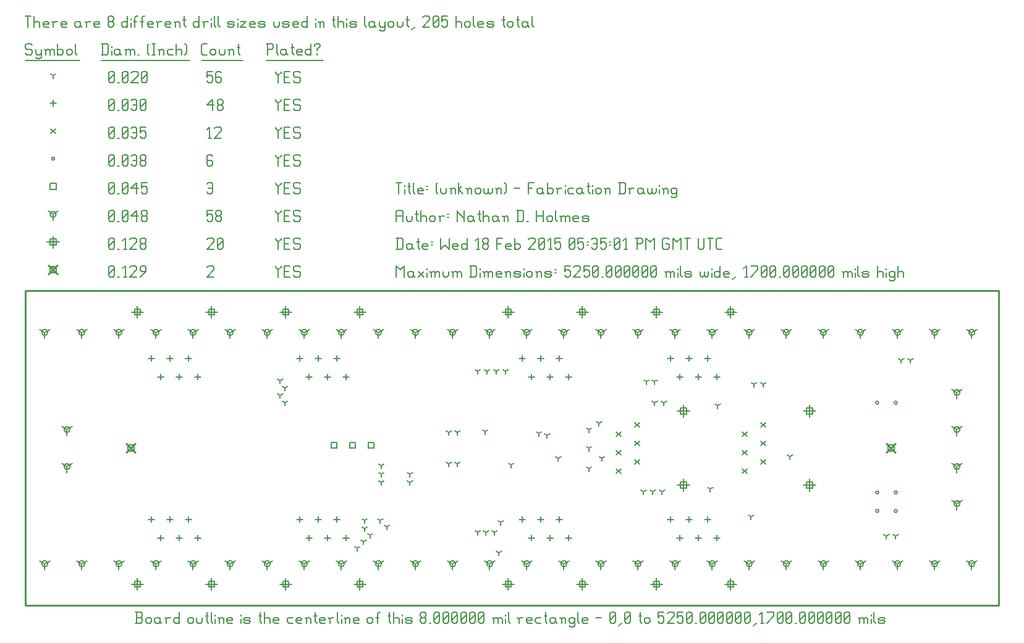
<source format=gbr>
G04 start of page 11 for group -3984 idx -3984 *
G04 Title: (unknown), fab *
G04 Creator: pcb 20140316 *
G04 CreationDate: Wed 18 Feb 2015 05:35:01 PM GMT UTC *
G04 For: ndholmes *
G04 Format: Gerber/RS-274X *
G04 PCB-Dimensions (mil): 5250.00 1700.00 *
G04 PCB-Coordinate-Origin: lower left *
%MOIN*%
%FSLAX25Y25*%
%LNFAB*%
%ADD91C,0.0100*%
%ADD90C,0.0060*%
%ADD89R,0.0080X0.0080*%
%ADD88C,0.0001*%
G54D88*G36*
X464600Y87966D02*X469966Y82600D01*
X469400Y82034D01*
X464034Y87400D01*
X464600Y87966D01*
G37*
G36*
X464034Y82600D02*X469400Y87966D01*
X469966Y87400D01*
X464600Y82034D01*
X464034Y82600D01*
G37*
G54D89*X465400Y86600D02*X468600D01*
X465400D02*Y83400D01*
X468600D01*
Y86600D02*Y83400D01*
G54D88*G36*
X54600Y87966D02*X59966Y82600D01*
X59400Y82034D01*
X54034Y87400D01*
X54600Y87966D01*
G37*
G36*
X54034Y82600D02*X59400Y87966D01*
X59966Y87400D01*
X54600Y82034D01*
X54034Y82600D01*
G37*
G54D89*X55400Y86600D02*X58600D01*
X55400D02*Y83400D01*
X58600D01*
Y86600D02*Y83400D01*
G54D88*G36*
X12600Y184216D02*X17966Y178850D01*
X17400Y178284D01*
X12034Y183650D01*
X12600Y184216D01*
G37*
G36*
X12034Y178850D02*X17400Y184216D01*
X17966Y183650D01*
X12600Y178284D01*
X12034Y178850D01*
G37*
G54D89*X13400Y182850D02*X16600D01*
X13400D02*Y179650D01*
X16600D01*
Y182850D02*Y179650D01*
G54D90*X135000Y183500D02*Y182750D01*
X136500Y181250D01*
X138000Y182750D01*
Y183500D02*Y182750D01*
X136500Y181250D02*Y177500D01*
X139800Y180500D02*X142050D01*
X139800Y177500D02*X142800D01*
X139800Y183500D02*Y177500D01*
Y183500D02*X142800D01*
X147600D02*X148350Y182750D01*
X145350Y183500D02*X147600D01*
X144600Y182750D02*X145350Y183500D01*
X144600Y182750D02*Y181250D01*
X145350Y180500D01*
X147600D01*
X148350Y179750D01*
Y178250D01*
X147600Y177500D02*X148350Y178250D01*
X145350Y177500D02*X147600D01*
X144600Y178250D02*X145350Y177500D01*
X98000Y182750D02*X98750Y183500D01*
X101000D01*
X101750Y182750D01*
Y181250D01*
X98000Y177500D02*X101750Y181250D01*
X98000Y177500D02*X101750D01*
X45000Y178250D02*X45750Y177500D01*
X45000Y182750D02*Y178250D01*
Y182750D02*X45750Y183500D01*
X47250D01*
X48000Y182750D01*
Y178250D01*
X47250Y177500D02*X48000Y178250D01*
X45750Y177500D02*X47250D01*
X45000Y179000D02*X48000Y182000D01*
X49800Y177500D02*X50550D01*
X53100D02*X54600D01*
X53850Y183500D02*Y177500D01*
X52350Y182000D02*X53850Y183500D01*
X56400Y182750D02*X57150Y183500D01*
X59400D01*
X60150Y182750D01*
Y181250D01*
X56400Y177500D02*X60150Y181250D01*
X56400Y177500D02*X60150D01*
X61950D02*X64950Y180500D01*
Y182750D02*Y180500D01*
X64200Y183500D02*X64950Y182750D01*
X62700Y183500D02*X64200D01*
X61950Y182750D02*X62700Y183500D01*
X61950Y182750D02*Y181250D01*
X62700Y180500D01*
X64950D01*
X180500Y161700D02*Y155300D01*
X177300Y158500D02*X183700D01*
X178900Y160100D02*X182100D01*
X178900D02*Y156900D01*
X182100D01*
Y160100D02*Y156900D01*
X140500Y161700D02*Y155300D01*
X137300Y158500D02*X143700D01*
X138900Y160100D02*X142100D01*
X138900D02*Y156900D01*
X142100D01*
Y160100D02*Y156900D01*
X100500Y161700D02*Y155300D01*
X97300Y158500D02*X103700D01*
X98900Y160100D02*X102100D01*
X98900D02*Y156900D01*
X102100D01*
Y160100D02*Y156900D01*
X60500Y161700D02*Y155300D01*
X57300Y158500D02*X63700D01*
X58900Y160100D02*X62100D01*
X58900D02*Y156900D01*
X62100D01*
Y160100D02*Y156900D01*
X260500Y14700D02*Y8300D01*
X257300Y11500D02*X263700D01*
X258900Y13100D02*X262100D01*
X258900D02*Y9900D01*
X262100D01*
Y13100D02*Y9900D01*
X300500Y14700D02*Y8300D01*
X297300Y11500D02*X303700D01*
X298900Y13100D02*X302100D01*
X298900D02*Y9900D01*
X302100D01*
Y13100D02*Y9900D01*
X60500Y14700D02*Y8300D01*
X57300Y11500D02*X63700D01*
X58900Y13100D02*X62100D01*
X58900D02*Y9900D01*
X62100D01*
Y13100D02*Y9900D01*
X100500Y14700D02*Y8300D01*
X97300Y11500D02*X103700D01*
X98900Y13100D02*X102100D01*
X98900D02*Y9900D01*
X102100D01*
Y13100D02*Y9900D01*
X340500Y14700D02*Y8300D01*
X337300Y11500D02*X343700D01*
X338900Y13100D02*X342100D01*
X338900D02*Y9900D01*
X342100D01*
Y13100D02*Y9900D01*
X380500Y14700D02*Y8300D01*
X377300Y11500D02*X383700D01*
X378900Y13100D02*X382100D01*
X378900D02*Y9900D01*
X382100D01*
Y13100D02*Y9900D01*
X140500Y14700D02*Y8300D01*
X137300Y11500D02*X143700D01*
X138900Y13100D02*X142100D01*
X138900D02*Y9900D01*
X142100D01*
Y13100D02*Y9900D01*
X180500Y14700D02*Y8300D01*
X177300Y11500D02*X183700D01*
X178900Y13100D02*X182100D01*
X178900D02*Y9900D01*
X182100D01*
Y13100D02*Y9900D01*
X380500Y161700D02*Y155300D01*
X377300Y158500D02*X383700D01*
X378900Y160100D02*X382100D01*
X378900D02*Y156900D01*
X382100D01*
Y160100D02*Y156900D01*
X340500Y161700D02*Y155300D01*
X337300Y158500D02*X343700D01*
X338900Y160100D02*X342100D01*
X338900D02*Y156900D01*
X342100D01*
Y160100D02*Y156900D01*
X300500Y161700D02*Y155300D01*
X297300Y158500D02*X303700D01*
X298900Y160100D02*X302100D01*
X298900D02*Y156900D01*
X302100D01*
Y160100D02*Y156900D01*
X260500Y161700D02*Y155300D01*
X257300Y158500D02*X263700D01*
X258900Y160100D02*X262100D01*
X258900D02*Y156900D01*
X262100D01*
Y160100D02*Y156900D01*
X355000Y68200D02*Y61800D01*
X351800Y65000D02*X358200D01*
X353400Y66600D02*X356600D01*
X353400D02*Y63400D01*
X356600D01*
Y66600D02*Y63400D01*
X355000Y108200D02*Y101800D01*
X351800Y105000D02*X358200D01*
X353400Y106600D02*X356600D01*
X353400D02*Y103400D01*
X356600D01*
Y106600D02*Y103400D01*
X423000Y68200D02*Y61800D01*
X419800Y65000D02*X426200D01*
X421400Y66600D02*X424600D01*
X421400D02*Y63400D01*
X424600D01*
Y66600D02*Y63400D01*
X423000Y108200D02*Y101800D01*
X419800Y105000D02*X426200D01*
X421400Y106600D02*X424600D01*
X421400D02*Y103400D01*
X424600D01*
Y106600D02*Y103400D01*
X15000Y199450D02*Y193050D01*
X11800Y196250D02*X18200D01*
X13400Y197850D02*X16600D01*
X13400D02*Y194650D01*
X16600D01*
Y197850D02*Y194650D01*
X135000Y198500D02*Y197750D01*
X136500Y196250D01*
X138000Y197750D01*
Y198500D02*Y197750D01*
X136500Y196250D02*Y192500D01*
X139800Y195500D02*X142050D01*
X139800Y192500D02*X142800D01*
X139800Y198500D02*Y192500D01*
Y198500D02*X142800D01*
X147600D02*X148350Y197750D01*
X145350Y198500D02*X147600D01*
X144600Y197750D02*X145350Y198500D01*
X144600Y197750D02*Y196250D01*
X145350Y195500D01*
X147600D01*
X148350Y194750D01*
Y193250D01*
X147600Y192500D02*X148350Y193250D01*
X145350Y192500D02*X147600D01*
X144600Y193250D02*X145350Y192500D01*
X98000Y197750D02*X98750Y198500D01*
X101000D01*
X101750Y197750D01*
Y196250D01*
X98000Y192500D02*X101750Y196250D01*
X98000Y192500D02*X101750D01*
X103550Y193250D02*X104300Y192500D01*
X103550Y197750D02*Y193250D01*
Y197750D02*X104300Y198500D01*
X105800D01*
X106550Y197750D01*
Y193250D01*
X105800Y192500D02*X106550Y193250D01*
X104300Y192500D02*X105800D01*
X103550Y194000D02*X106550Y197000D01*
X45000Y193250D02*X45750Y192500D01*
X45000Y197750D02*Y193250D01*
Y197750D02*X45750Y198500D01*
X47250D01*
X48000Y197750D01*
Y193250D01*
X47250Y192500D02*X48000Y193250D01*
X45750Y192500D02*X47250D01*
X45000Y194000D02*X48000Y197000D01*
X49800Y192500D02*X50550D01*
X53100D02*X54600D01*
X53850Y198500D02*Y192500D01*
X52350Y197000D02*X53850Y198500D01*
X56400Y197750D02*X57150Y198500D01*
X59400D01*
X60150Y197750D01*
Y196250D01*
X56400Y192500D02*X60150Y196250D01*
X56400Y192500D02*X60150D01*
X61950Y193250D02*X62700Y192500D01*
X61950Y194750D02*Y193250D01*
Y194750D02*X62700Y195500D01*
X64200D01*
X64950Y194750D01*
Y193250D01*
X64200Y192500D02*X64950Y193250D01*
X62700Y192500D02*X64200D01*
X61950Y196250D02*X62700Y195500D01*
X61950Y197750D02*Y196250D01*
Y197750D02*X62700Y198500D01*
X64200D01*
X64950Y197750D01*
Y196250D01*
X64200Y195500D02*X64950Y196250D01*
X290500Y22500D02*Y19300D01*
Y22500D02*X293273Y24100D01*
X290500Y22500D02*X287727Y24100D01*
X288900Y22500D02*G75*G03X292100Y22500I1600J0D01*G01*
G75*G03X288900Y22500I-1600J0D01*G01*
X310500D02*Y19300D01*
Y22500D02*X313273Y24100D01*
X310500Y22500D02*X307727Y24100D01*
X308900Y22500D02*G75*G03X312100Y22500I1600J0D01*G01*
G75*G03X308900Y22500I-1600J0D01*G01*
X502500Y95000D02*Y91800D01*
Y95000D02*X505273Y96600D01*
X502500Y95000D02*X499727Y96600D01*
X500900Y95000D02*G75*G03X504100Y95000I1600J0D01*G01*
G75*G03X500900Y95000I-1600J0D01*G01*
X502500Y115000D02*Y111800D01*
Y115000D02*X505273Y116600D01*
X502500Y115000D02*X499727Y116600D01*
X500900Y115000D02*G75*G03X504100Y115000I1600J0D01*G01*
G75*G03X500900Y115000I-1600J0D01*G01*
X502500Y55000D02*Y51800D01*
Y55000D02*X505273Y56600D01*
X502500Y55000D02*X499727Y56600D01*
X500900Y55000D02*G75*G03X504100Y55000I1600J0D01*G01*
G75*G03X500900Y55000I-1600J0D01*G01*
X502500Y75000D02*Y71800D01*
Y75000D02*X505273Y76600D01*
X502500Y75000D02*X499727Y76600D01*
X500900Y75000D02*G75*G03X504100Y75000I1600J0D01*G01*
G75*G03X500900Y75000I-1600J0D01*G01*
X150500Y147500D02*Y144300D01*
Y147500D02*X153273Y149100D01*
X150500Y147500D02*X147727Y149100D01*
X148900Y147500D02*G75*G03X152100Y147500I1600J0D01*G01*
G75*G03X148900Y147500I-1600J0D01*G01*
X130500D02*Y144300D01*
Y147500D02*X133273Y149100D01*
X130500Y147500D02*X127727Y149100D01*
X128900Y147500D02*G75*G03X132100Y147500I1600J0D01*G01*
G75*G03X128900Y147500I-1600J0D01*G01*
X30500D02*Y144300D01*
Y147500D02*X33273Y149100D01*
X30500Y147500D02*X27727Y149100D01*
X28900Y147500D02*G75*G03X32100Y147500I1600J0D01*G01*
G75*G03X28900Y147500I-1600J0D01*G01*
X10500D02*Y144300D01*
Y147500D02*X13273Y149100D01*
X10500Y147500D02*X7727Y149100D01*
X8900Y147500D02*G75*G03X12100Y147500I1600J0D01*G01*
G75*G03X8900Y147500I-1600J0D01*G01*
X470500D02*Y144300D01*
Y147500D02*X473273Y149100D01*
X470500Y147500D02*X467727Y149100D01*
X468900Y147500D02*G75*G03X472100Y147500I1600J0D01*G01*
G75*G03X468900Y147500I-1600J0D01*G01*
X450500D02*Y144300D01*
Y147500D02*X453273Y149100D01*
X450500Y147500D02*X447727Y149100D01*
X448900Y147500D02*G75*G03X452100Y147500I1600J0D01*G01*
G75*G03X448900Y147500I-1600J0D01*G01*
X510500D02*Y144300D01*
Y147500D02*X513273Y149100D01*
X510500Y147500D02*X507727Y149100D01*
X508900Y147500D02*G75*G03X512100Y147500I1600J0D01*G01*
G75*G03X508900Y147500I-1600J0D01*G01*
X490500D02*Y144300D01*
Y147500D02*X493273Y149100D01*
X490500Y147500D02*X487727Y149100D01*
X488900Y147500D02*G75*G03X492100Y147500I1600J0D01*G01*
G75*G03X488900Y147500I-1600J0D01*G01*
X490500Y22500D02*Y19300D01*
Y22500D02*X493273Y24100D01*
X490500Y22500D02*X487727Y24100D01*
X488900Y22500D02*G75*G03X492100Y22500I1600J0D01*G01*
G75*G03X488900Y22500I-1600J0D01*G01*
X510500D02*Y19300D01*
Y22500D02*X513273Y24100D01*
X510500Y22500D02*X507727Y24100D01*
X508900Y22500D02*G75*G03X512100Y22500I1600J0D01*G01*
G75*G03X508900Y22500I-1600J0D01*G01*
X50500D02*Y19300D01*
Y22500D02*X53273Y24100D01*
X50500Y22500D02*X47727Y24100D01*
X48900Y22500D02*G75*G03X52100Y22500I1600J0D01*G01*
G75*G03X48900Y22500I-1600J0D01*G01*
X70500D02*Y19300D01*
Y22500D02*X73273Y24100D01*
X70500Y22500D02*X67727Y24100D01*
X68900Y22500D02*G75*G03X72100Y22500I1600J0D01*G01*
G75*G03X68900Y22500I-1600J0D01*G01*
X250500D02*Y19300D01*
Y22500D02*X253273Y24100D01*
X250500Y22500D02*X247727Y24100D01*
X248900Y22500D02*G75*G03X252100Y22500I1600J0D01*G01*
G75*G03X248900Y22500I-1600J0D01*G01*
X270500D02*Y19300D01*
Y22500D02*X273273Y24100D01*
X270500Y22500D02*X267727Y24100D01*
X268900Y22500D02*G75*G03X272100Y22500I1600J0D01*G01*
G75*G03X268900Y22500I-1600J0D01*G01*
X70500Y147500D02*Y144300D01*
Y147500D02*X73273Y149100D01*
X70500Y147500D02*X67727Y149100D01*
X68900Y147500D02*G75*G03X72100Y147500I1600J0D01*G01*
G75*G03X68900Y147500I-1600J0D01*G01*
X50500D02*Y144300D01*
Y147500D02*X53273Y149100D01*
X50500Y147500D02*X47727Y149100D01*
X48900Y147500D02*G75*G03X52100Y147500I1600J0D01*G01*
G75*G03X48900Y147500I-1600J0D01*G01*
X370500Y22500D02*Y19300D01*
Y22500D02*X373273Y24100D01*
X370500Y22500D02*X367727Y24100D01*
X368900Y22500D02*G75*G03X372100Y22500I1600J0D01*G01*
G75*G03X368900Y22500I-1600J0D01*G01*
X390500D02*Y19300D01*
Y22500D02*X393273Y24100D01*
X390500Y22500D02*X387727Y24100D01*
X388900Y22500D02*G75*G03X392100Y22500I1600J0D01*G01*
G75*G03X388900Y22500I-1600J0D01*G01*
X90500D02*Y19300D01*
Y22500D02*X93273Y24100D01*
X90500Y22500D02*X87727Y24100D01*
X88900Y22500D02*G75*G03X92100Y22500I1600J0D01*G01*
G75*G03X88900Y22500I-1600J0D01*G01*
X110500D02*Y19300D01*
Y22500D02*X113273Y24100D01*
X110500Y22500D02*X107727Y24100D01*
X108900Y22500D02*G75*G03X112100Y22500I1600J0D01*G01*
G75*G03X108900Y22500I-1600J0D01*G01*
X170500D02*Y19300D01*
Y22500D02*X173273Y24100D01*
X170500Y22500D02*X167727Y24100D01*
X168900Y22500D02*G75*G03X172100Y22500I1600J0D01*G01*
G75*G03X168900Y22500I-1600J0D01*G01*
X190500D02*Y19300D01*
Y22500D02*X193273Y24100D01*
X190500Y22500D02*X187727Y24100D01*
X188900Y22500D02*G75*G03X192100Y22500I1600J0D01*G01*
G75*G03X188900Y22500I-1600J0D01*G01*
X130500D02*Y19300D01*
Y22500D02*X133273Y24100D01*
X130500Y22500D02*X127727Y24100D01*
X128900Y22500D02*G75*G03X132100Y22500I1600J0D01*G01*
G75*G03X128900Y22500I-1600J0D01*G01*
X150500D02*Y19300D01*
Y22500D02*X153273Y24100D01*
X150500Y22500D02*X147727Y24100D01*
X148900Y22500D02*G75*G03X152100Y22500I1600J0D01*G01*
G75*G03X148900Y22500I-1600J0D01*G01*
X210500D02*Y19300D01*
Y22500D02*X213273Y24100D01*
X210500Y22500D02*X207727Y24100D01*
X208900Y22500D02*G75*G03X212100Y22500I1600J0D01*G01*
G75*G03X208900Y22500I-1600J0D01*G01*
X230500D02*Y19300D01*
Y22500D02*X233273Y24100D01*
X230500Y22500D02*X227727Y24100D01*
X228900Y22500D02*G75*G03X232100Y22500I1600J0D01*G01*
G75*G03X228900Y22500I-1600J0D01*G01*
X230500Y147500D02*Y144300D01*
Y147500D02*X233273Y149100D01*
X230500Y147500D02*X227727Y149100D01*
X228900Y147500D02*G75*G03X232100Y147500I1600J0D01*G01*
G75*G03X228900Y147500I-1600J0D01*G01*
X210500D02*Y144300D01*
Y147500D02*X213273Y149100D01*
X210500Y147500D02*X207727Y149100D01*
X208900Y147500D02*G75*G03X212100Y147500I1600J0D01*G01*
G75*G03X208900Y147500I-1600J0D01*G01*
X330500Y22500D02*Y19300D01*
Y22500D02*X333273Y24100D01*
X330500Y22500D02*X327727Y24100D01*
X328900Y22500D02*G75*G03X332100Y22500I1600J0D01*G01*
G75*G03X328900Y22500I-1600J0D01*G01*
X350500D02*Y19300D01*
Y22500D02*X353273Y24100D01*
X350500Y22500D02*X347727Y24100D01*
X348900Y22500D02*G75*G03X352100Y22500I1600J0D01*G01*
G75*G03X348900Y22500I-1600J0D01*G01*
X450500D02*Y19300D01*
Y22500D02*X453273Y24100D01*
X450500Y22500D02*X447727Y24100D01*
X448900Y22500D02*G75*G03X452100Y22500I1600J0D01*G01*
G75*G03X448900Y22500I-1600J0D01*G01*
X470500D02*Y19300D01*
Y22500D02*X473273Y24100D01*
X470500Y22500D02*X467727Y24100D01*
X468900Y22500D02*G75*G03X472100Y22500I1600J0D01*G01*
G75*G03X468900Y22500I-1600J0D01*G01*
X390500Y147500D02*Y144300D01*
Y147500D02*X393273Y149100D01*
X390500Y147500D02*X387727Y149100D01*
X388900Y147500D02*G75*G03X392100Y147500I1600J0D01*G01*
G75*G03X388900Y147500I-1600J0D01*G01*
X370500D02*Y144300D01*
Y147500D02*X373273Y149100D01*
X370500Y147500D02*X367727Y149100D01*
X368900Y147500D02*G75*G03X372100Y147500I1600J0D01*G01*
G75*G03X368900Y147500I-1600J0D01*G01*
X270500D02*Y144300D01*
Y147500D02*X273273Y149100D01*
X270500Y147500D02*X267727Y149100D01*
X268900Y147500D02*G75*G03X272100Y147500I1600J0D01*G01*
G75*G03X268900Y147500I-1600J0D01*G01*
X250500D02*Y144300D01*
Y147500D02*X253273Y149100D01*
X250500Y147500D02*X247727Y149100D01*
X248900Y147500D02*G75*G03X252100Y147500I1600J0D01*G01*
G75*G03X248900Y147500I-1600J0D01*G01*
X22500Y95000D02*Y91800D01*
Y95000D02*X25273Y96600D01*
X22500Y95000D02*X19727Y96600D01*
X20900Y95000D02*G75*G03X24100Y95000I1600J0D01*G01*
G75*G03X20900Y95000I-1600J0D01*G01*
X22500Y75000D02*Y71800D01*
Y75000D02*X25273Y76600D01*
X22500Y75000D02*X19727Y76600D01*
X20900Y75000D02*G75*G03X24100Y75000I1600J0D01*G01*
G75*G03X20900Y75000I-1600J0D01*G01*
X350500Y147500D02*Y144300D01*
Y147500D02*X353273Y149100D01*
X350500Y147500D02*X347727Y149100D01*
X348900Y147500D02*G75*G03X352100Y147500I1600J0D01*G01*
G75*G03X348900Y147500I-1600J0D01*G01*
X330500D02*Y144300D01*
Y147500D02*X333273Y149100D01*
X330500Y147500D02*X327727Y149100D01*
X328900Y147500D02*G75*G03X332100Y147500I1600J0D01*G01*
G75*G03X328900Y147500I-1600J0D01*G01*
X310500D02*Y144300D01*
Y147500D02*X313273Y149100D01*
X310500Y147500D02*X307727Y149100D01*
X308900Y147500D02*G75*G03X312100Y147500I1600J0D01*G01*
G75*G03X308900Y147500I-1600J0D01*G01*
X290500D02*Y144300D01*
Y147500D02*X293273Y149100D01*
X290500Y147500D02*X287727Y149100D01*
X288900Y147500D02*G75*G03X292100Y147500I1600J0D01*G01*
G75*G03X288900Y147500I-1600J0D01*G01*
X430500D02*Y144300D01*
Y147500D02*X433273Y149100D01*
X430500Y147500D02*X427727Y149100D01*
X428900Y147500D02*G75*G03X432100Y147500I1600J0D01*G01*
G75*G03X428900Y147500I-1600J0D01*G01*
X410500D02*Y144300D01*
Y147500D02*X413273Y149100D01*
X410500Y147500D02*X407727Y149100D01*
X408900Y147500D02*G75*G03X412100Y147500I1600J0D01*G01*
G75*G03X408900Y147500I-1600J0D01*G01*
X110500D02*Y144300D01*
Y147500D02*X113273Y149100D01*
X110500Y147500D02*X107727Y149100D01*
X108900Y147500D02*G75*G03X112100Y147500I1600J0D01*G01*
G75*G03X108900Y147500I-1600J0D01*G01*
X90500D02*Y144300D01*
Y147500D02*X93273Y149100D01*
X90500Y147500D02*X87727Y149100D01*
X88900Y147500D02*G75*G03X92100Y147500I1600J0D01*G01*
G75*G03X88900Y147500I-1600J0D01*G01*
X190500D02*Y144300D01*
Y147500D02*X193273Y149100D01*
X190500Y147500D02*X187727Y149100D01*
X188900Y147500D02*G75*G03X192100Y147500I1600J0D01*G01*
G75*G03X188900Y147500I-1600J0D01*G01*
X170500D02*Y144300D01*
Y147500D02*X173273Y149100D01*
X170500Y147500D02*X167727Y149100D01*
X168900Y147500D02*G75*G03X172100Y147500I1600J0D01*G01*
G75*G03X168900Y147500I-1600J0D01*G01*
X410500Y22500D02*Y19300D01*
Y22500D02*X413273Y24100D01*
X410500Y22500D02*X407727Y24100D01*
X408900Y22500D02*G75*G03X412100Y22500I1600J0D01*G01*
G75*G03X408900Y22500I-1600J0D01*G01*
X430500D02*Y19300D01*
Y22500D02*X433273Y24100D01*
X430500Y22500D02*X427727Y24100D01*
X428900Y22500D02*G75*G03X432100Y22500I1600J0D01*G01*
G75*G03X428900Y22500I-1600J0D01*G01*
X10500D02*Y19300D01*
Y22500D02*X13273Y24100D01*
X10500Y22500D02*X7727Y24100D01*
X8900Y22500D02*G75*G03X12100Y22500I1600J0D01*G01*
G75*G03X8900Y22500I-1600J0D01*G01*
X30500D02*Y19300D01*
Y22500D02*X33273Y24100D01*
X30500Y22500D02*X27727Y24100D01*
X28900Y22500D02*G75*G03X32100Y22500I1600J0D01*G01*
G75*G03X28900Y22500I-1600J0D01*G01*
X15000Y211250D02*Y208050D01*
Y211250D02*X17773Y212850D01*
X15000Y211250D02*X12227Y212850D01*
X13400Y211250D02*G75*G03X16600Y211250I1600J0D01*G01*
G75*G03X13400Y211250I-1600J0D01*G01*
X135000Y213500D02*Y212750D01*
X136500Y211250D01*
X138000Y212750D01*
Y213500D02*Y212750D01*
X136500Y211250D02*Y207500D01*
X139800Y210500D02*X142050D01*
X139800Y207500D02*X142800D01*
X139800Y213500D02*Y207500D01*
Y213500D02*X142800D01*
X147600D02*X148350Y212750D01*
X145350Y213500D02*X147600D01*
X144600Y212750D02*X145350Y213500D01*
X144600Y212750D02*Y211250D01*
X145350Y210500D01*
X147600D01*
X148350Y209750D01*
Y208250D01*
X147600Y207500D02*X148350Y208250D01*
X145350Y207500D02*X147600D01*
X144600Y208250D02*X145350Y207500D01*
X98000Y213500D02*X101000D01*
X98000D02*Y210500D01*
X98750Y211250D01*
X100250D01*
X101000Y210500D01*
Y208250D01*
X100250Y207500D02*X101000Y208250D01*
X98750Y207500D02*X100250D01*
X98000Y208250D02*X98750Y207500D01*
X102800Y208250D02*X103550Y207500D01*
X102800Y209750D02*Y208250D01*
Y209750D02*X103550Y210500D01*
X105050D01*
X105800Y209750D01*
Y208250D01*
X105050Y207500D02*X105800Y208250D01*
X103550Y207500D02*X105050D01*
X102800Y211250D02*X103550Y210500D01*
X102800Y212750D02*Y211250D01*
Y212750D02*X103550Y213500D01*
X105050D01*
X105800Y212750D01*
Y211250D01*
X105050Y210500D02*X105800Y211250D01*
X45000Y208250D02*X45750Y207500D01*
X45000Y212750D02*Y208250D01*
Y212750D02*X45750Y213500D01*
X47250D01*
X48000Y212750D01*
Y208250D01*
X47250Y207500D02*X48000Y208250D01*
X45750Y207500D02*X47250D01*
X45000Y209000D02*X48000Y212000D01*
X49800Y207500D02*X50550D01*
X52350Y208250D02*X53100Y207500D01*
X52350Y212750D02*Y208250D01*
Y212750D02*X53100Y213500D01*
X54600D01*
X55350Y212750D01*
Y208250D01*
X54600Y207500D02*X55350Y208250D01*
X53100Y207500D02*X54600D01*
X52350Y209000D02*X55350Y212000D01*
X57150Y210500D02*X60150Y213500D01*
X57150Y210500D02*X60900D01*
X60150Y213500D02*Y207500D01*
X62700Y208250D02*X63450Y207500D01*
X62700Y209750D02*Y208250D01*
Y209750D02*X63450Y210500D01*
X64950D01*
X65700Y209750D01*
Y208250D01*
X64950Y207500D02*X65700Y208250D01*
X63450Y207500D02*X64950D01*
X62700Y211250D02*X63450Y210500D01*
X62700Y212750D02*Y211250D01*
Y212750D02*X63450Y213500D01*
X64950D01*
X65700Y212750D01*
Y211250D01*
X64950Y210500D02*X65700Y211250D01*
X184900Y88100D02*X188100D01*
X184900D02*Y84900D01*
X188100D01*
Y88100D02*Y84900D01*
X174900Y88100D02*X178100D01*
X174900D02*Y84900D01*
X178100D01*
Y88100D02*Y84900D01*
X164900Y88100D02*X168100D01*
X164900D02*Y84900D01*
X168100D01*
Y88100D02*Y84900D01*
X13400Y227850D02*X16600D01*
X13400D02*Y224650D01*
X16600D01*
Y227850D02*Y224650D01*
X135000Y228500D02*Y227750D01*
X136500Y226250D01*
X138000Y227750D01*
Y228500D02*Y227750D01*
X136500Y226250D02*Y222500D01*
X139800Y225500D02*X142050D01*
X139800Y222500D02*X142800D01*
X139800Y228500D02*Y222500D01*
Y228500D02*X142800D01*
X147600D02*X148350Y227750D01*
X145350Y228500D02*X147600D01*
X144600Y227750D02*X145350Y228500D01*
X144600Y227750D02*Y226250D01*
X145350Y225500D01*
X147600D01*
X148350Y224750D01*
Y223250D01*
X147600Y222500D02*X148350Y223250D01*
X145350Y222500D02*X147600D01*
X144600Y223250D02*X145350Y222500D01*
X98000Y227750D02*X98750Y228500D01*
X100250D01*
X101000Y227750D01*
Y223250D01*
X100250Y222500D02*X101000Y223250D01*
X98750Y222500D02*X100250D01*
X98000Y223250D02*X98750Y222500D01*
Y225500D02*X101000D01*
X45000Y223250D02*X45750Y222500D01*
X45000Y227750D02*Y223250D01*
Y227750D02*X45750Y228500D01*
X47250D01*
X48000Y227750D01*
Y223250D01*
X47250Y222500D02*X48000Y223250D01*
X45750Y222500D02*X47250D01*
X45000Y224000D02*X48000Y227000D01*
X49800Y222500D02*X50550D01*
X52350Y223250D02*X53100Y222500D01*
X52350Y227750D02*Y223250D01*
Y227750D02*X53100Y228500D01*
X54600D01*
X55350Y227750D01*
Y223250D01*
X54600Y222500D02*X55350Y223250D01*
X53100Y222500D02*X54600D01*
X52350Y224000D02*X55350Y227000D01*
X57150Y225500D02*X60150Y228500D01*
X57150Y225500D02*X60900D01*
X60150Y228500D02*Y222500D01*
X62700Y228500D02*X65700D01*
X62700D02*Y225500D01*
X63450Y226250D01*
X64950D01*
X65700Y225500D01*
Y223250D01*
X64950Y222500D02*X65700Y223250D01*
X63450Y222500D02*X64950D01*
X62700Y223250D02*X63450Y222500D01*
X458700Y109500D02*G75*G03X460300Y109500I800J0D01*G01*
G75*G03X458700Y109500I-800J0D01*G01*
X468700D02*G75*G03X470300Y109500I800J0D01*G01*
G75*G03X468700Y109500I-800J0D01*G01*
X458700Y51000D02*G75*G03X460300Y51000I800J0D01*G01*
G75*G03X458700Y51000I-800J0D01*G01*
X468700D02*G75*G03X470300Y51000I800J0D01*G01*
G75*G03X468700Y51000I-800J0D01*G01*
X458700Y61000D02*G75*G03X460300Y61000I800J0D01*G01*
G75*G03X458700Y61000I-800J0D01*G01*
X468700D02*G75*G03X470300Y61000I800J0D01*G01*
G75*G03X468700Y61000I-800J0D01*G01*
X14200Y241250D02*G75*G03X15800Y241250I800J0D01*G01*
G75*G03X14200Y241250I-800J0D01*G01*
X135000Y243500D02*Y242750D01*
X136500Y241250D01*
X138000Y242750D01*
Y243500D02*Y242750D01*
X136500Y241250D02*Y237500D01*
X139800Y240500D02*X142050D01*
X139800Y237500D02*X142800D01*
X139800Y243500D02*Y237500D01*
Y243500D02*X142800D01*
X147600D02*X148350Y242750D01*
X145350Y243500D02*X147600D01*
X144600Y242750D02*X145350Y243500D01*
X144600Y242750D02*Y241250D01*
X145350Y240500D01*
X147600D01*
X148350Y239750D01*
Y238250D01*
X147600Y237500D02*X148350Y238250D01*
X145350Y237500D02*X147600D01*
X144600Y238250D02*X145350Y237500D01*
X100250Y243500D02*X101000Y242750D01*
X98750Y243500D02*X100250D01*
X98000Y242750D02*X98750Y243500D01*
X98000Y242750D02*Y238250D01*
X98750Y237500D01*
X100250Y240500D02*X101000Y239750D01*
X98000Y240500D02*X100250D01*
X98750Y237500D02*X100250D01*
X101000Y238250D01*
Y239750D02*Y238250D01*
X45000D02*X45750Y237500D01*
X45000Y242750D02*Y238250D01*
Y242750D02*X45750Y243500D01*
X47250D01*
X48000Y242750D01*
Y238250D01*
X47250Y237500D02*X48000Y238250D01*
X45750Y237500D02*X47250D01*
X45000Y239000D02*X48000Y242000D01*
X49800Y237500D02*X50550D01*
X52350Y238250D02*X53100Y237500D01*
X52350Y242750D02*Y238250D01*
Y242750D02*X53100Y243500D01*
X54600D01*
X55350Y242750D01*
Y238250D01*
X54600Y237500D02*X55350Y238250D01*
X53100Y237500D02*X54600D01*
X52350Y239000D02*X55350Y242000D01*
X57150Y242750D02*X57900Y243500D01*
X59400D01*
X60150Y242750D01*
Y238250D01*
X59400Y237500D02*X60150Y238250D01*
X57900Y237500D02*X59400D01*
X57150Y238250D02*X57900Y237500D01*
Y240500D02*X60150D01*
X61950Y238250D02*X62700Y237500D01*
X61950Y239750D02*Y238250D01*
Y239750D02*X62700Y240500D01*
X64200D01*
X64950Y239750D01*
Y238250D01*
X64200Y237500D02*X64950Y238250D01*
X62700Y237500D02*X64200D01*
X61950Y241250D02*X62700Y240500D01*
X61950Y242750D02*Y241250D01*
Y242750D02*X62700Y243500D01*
X64200D01*
X64950Y242750D01*
Y241250D01*
X64200Y240500D02*X64950Y241250D01*
X318800Y73700D02*X321200Y71300D01*
X318800D02*X321200Y73700D01*
X328800Y78700D02*X331200Y76300D01*
X328800D02*X331200Y78700D01*
X318800Y83700D02*X321200Y81300D01*
X318800D02*X321200Y83700D01*
X328800Y88700D02*X331200Y86300D01*
X328800D02*X331200Y88700D01*
X318800Y93700D02*X321200Y91300D01*
X318800D02*X321200Y93700D01*
X328800Y98700D02*X331200Y96300D01*
X328800D02*X331200Y98700D01*
X386800Y73700D02*X389200Y71300D01*
X386800D02*X389200Y73700D01*
X396800Y78700D02*X399200Y76300D01*
X396800D02*X399200Y78700D01*
X386800Y83700D02*X389200Y81300D01*
X386800D02*X389200Y83700D01*
X396800Y88700D02*X399200Y86300D01*
X396800D02*X399200Y88700D01*
X386800Y93700D02*X389200Y91300D01*
X386800D02*X389200Y93700D01*
X396800Y98700D02*X399200Y96300D01*
X396800D02*X399200Y98700D01*
X13800Y257450D02*X16200Y255050D01*
X13800D02*X16200Y257450D01*
X135000Y258500D02*Y257750D01*
X136500Y256250D01*
X138000Y257750D01*
Y258500D02*Y257750D01*
X136500Y256250D02*Y252500D01*
X139800Y255500D02*X142050D01*
X139800Y252500D02*X142800D01*
X139800Y258500D02*Y252500D01*
Y258500D02*X142800D01*
X147600D02*X148350Y257750D01*
X145350Y258500D02*X147600D01*
X144600Y257750D02*X145350Y258500D01*
X144600Y257750D02*Y256250D01*
X145350Y255500D01*
X147600D01*
X148350Y254750D01*
Y253250D01*
X147600Y252500D02*X148350Y253250D01*
X145350Y252500D02*X147600D01*
X144600Y253250D02*X145350Y252500D01*
X98750D02*X100250D01*
X99500Y258500D02*Y252500D01*
X98000Y257000D02*X99500Y258500D01*
X102050Y257750D02*X102800Y258500D01*
X105050D01*
X105800Y257750D01*
Y256250D01*
X102050Y252500D02*X105800Y256250D01*
X102050Y252500D02*X105800D01*
X45000Y253250D02*X45750Y252500D01*
X45000Y257750D02*Y253250D01*
Y257750D02*X45750Y258500D01*
X47250D01*
X48000Y257750D01*
Y253250D01*
X47250Y252500D02*X48000Y253250D01*
X45750Y252500D02*X47250D01*
X45000Y254000D02*X48000Y257000D01*
X49800Y252500D02*X50550D01*
X52350Y253250D02*X53100Y252500D01*
X52350Y257750D02*Y253250D01*
Y257750D02*X53100Y258500D01*
X54600D01*
X55350Y257750D01*
Y253250D01*
X54600Y252500D02*X55350Y253250D01*
X53100Y252500D02*X54600D01*
X52350Y254000D02*X55350Y257000D01*
X57150Y257750D02*X57900Y258500D01*
X59400D01*
X60150Y257750D01*
Y253250D01*
X59400Y252500D02*X60150Y253250D01*
X57900Y252500D02*X59400D01*
X57150Y253250D02*X57900Y252500D01*
Y255500D02*X60150D01*
X61950Y258500D02*X64950D01*
X61950D02*Y255500D01*
X62700Y256250D01*
X64200D01*
X64950Y255500D01*
Y253250D01*
X64200Y252500D02*X64950Y253250D01*
X62700Y252500D02*X64200D01*
X61950Y253250D02*X62700Y252500D01*
X173000Y125100D02*Y121900D01*
X171400Y123500D02*X174600D01*
X168000Y135100D02*Y131900D01*
X166400Y133500D02*X169600D01*
X163000Y125100D02*Y121900D01*
X161400Y123500D02*X164600D01*
X158000Y135100D02*Y131900D01*
X156400Y133500D02*X159600D01*
X153000Y125100D02*Y121900D01*
X151400Y123500D02*X154600D01*
X148000Y135100D02*Y131900D01*
X146400Y133500D02*X149600D01*
X93000Y125100D02*Y121900D01*
X91400Y123500D02*X94600D01*
X88000Y135100D02*Y131900D01*
X86400Y133500D02*X89600D01*
X83000Y125100D02*Y121900D01*
X81400Y123500D02*X84600D01*
X78000Y135100D02*Y131900D01*
X76400Y133500D02*X79600D01*
X73000Y125100D02*Y121900D01*
X71400Y123500D02*X74600D01*
X68000Y135100D02*Y131900D01*
X66400Y133500D02*X69600D01*
X268000Y48100D02*Y44900D01*
X266400Y46500D02*X269600D01*
X273000Y38100D02*Y34900D01*
X271400Y36500D02*X274600D01*
X278000Y48100D02*Y44900D01*
X276400Y46500D02*X279600D01*
X283000Y38100D02*Y34900D01*
X281400Y36500D02*X284600D01*
X288000Y48100D02*Y44900D01*
X286400Y46500D02*X289600D01*
X293000Y38100D02*Y34900D01*
X291400Y36500D02*X294600D01*
X68000Y48100D02*Y44900D01*
X66400Y46500D02*X69600D01*
X73000Y38100D02*Y34900D01*
X71400Y36500D02*X74600D01*
X78000Y48100D02*Y44900D01*
X76400Y46500D02*X79600D01*
X83000Y38100D02*Y34900D01*
X81400Y36500D02*X84600D01*
X88000Y48100D02*Y44900D01*
X86400Y46500D02*X89600D01*
X93000Y38100D02*Y34900D01*
X91400Y36500D02*X94600D01*
X348000Y48100D02*Y44900D01*
X346400Y46500D02*X349600D01*
X353000Y38100D02*Y34900D01*
X351400Y36500D02*X354600D01*
X358000Y48100D02*Y44900D01*
X356400Y46500D02*X359600D01*
X363000Y38100D02*Y34900D01*
X361400Y36500D02*X364600D01*
X368000Y48100D02*Y44900D01*
X366400Y46500D02*X369600D01*
X373000Y38100D02*Y34900D01*
X371400Y36500D02*X374600D01*
X148000Y48100D02*Y44900D01*
X146400Y46500D02*X149600D01*
X153000Y38100D02*Y34900D01*
X151400Y36500D02*X154600D01*
X158000Y48100D02*Y44900D01*
X156400Y46500D02*X159600D01*
X163000Y38100D02*Y34900D01*
X161400Y36500D02*X164600D01*
X168000Y48100D02*Y44900D01*
X166400Y46500D02*X169600D01*
X173000Y38100D02*Y34900D01*
X171400Y36500D02*X174600D01*
X373000Y125100D02*Y121900D01*
X371400Y123500D02*X374600D01*
X368000Y135100D02*Y131900D01*
X366400Y133500D02*X369600D01*
X363000Y125100D02*Y121900D01*
X361400Y123500D02*X364600D01*
X358000Y135100D02*Y131900D01*
X356400Y133500D02*X359600D01*
X353000Y125100D02*Y121900D01*
X351400Y123500D02*X354600D01*
X348000Y135100D02*Y131900D01*
X346400Y133500D02*X349600D01*
X293000Y125100D02*Y121900D01*
X291400Y123500D02*X294600D01*
X288000Y135100D02*Y131900D01*
X286400Y133500D02*X289600D01*
X283000Y125100D02*Y121900D01*
X281400Y123500D02*X284600D01*
X278000Y135100D02*Y131900D01*
X276400Y133500D02*X279600D01*
X273000Y125100D02*Y121900D01*
X271400Y123500D02*X274600D01*
X268000Y135100D02*Y131900D01*
X266400Y133500D02*X269600D01*
X15000Y272850D02*Y269650D01*
X13400Y271250D02*X16600D01*
X135000Y273500D02*Y272750D01*
X136500Y271250D01*
X138000Y272750D01*
Y273500D02*Y272750D01*
X136500Y271250D02*Y267500D01*
X139800Y270500D02*X142050D01*
X139800Y267500D02*X142800D01*
X139800Y273500D02*Y267500D01*
Y273500D02*X142800D01*
X147600D02*X148350Y272750D01*
X145350Y273500D02*X147600D01*
X144600Y272750D02*X145350Y273500D01*
X144600Y272750D02*Y271250D01*
X145350Y270500D01*
X147600D01*
X148350Y269750D01*
Y268250D01*
X147600Y267500D02*X148350Y268250D01*
X145350Y267500D02*X147600D01*
X144600Y268250D02*X145350Y267500D01*
X98000Y270500D02*X101000Y273500D01*
X98000Y270500D02*X101750D01*
X101000Y273500D02*Y267500D01*
X103550Y268250D02*X104300Y267500D01*
X103550Y269750D02*Y268250D01*
Y269750D02*X104300Y270500D01*
X105800D01*
X106550Y269750D01*
Y268250D01*
X105800Y267500D02*X106550Y268250D01*
X104300Y267500D02*X105800D01*
X103550Y271250D02*X104300Y270500D01*
X103550Y272750D02*Y271250D01*
Y272750D02*X104300Y273500D01*
X105800D01*
X106550Y272750D01*
Y271250D01*
X105800Y270500D02*X106550Y271250D01*
X45000Y268250D02*X45750Y267500D01*
X45000Y272750D02*Y268250D01*
Y272750D02*X45750Y273500D01*
X47250D01*
X48000Y272750D01*
Y268250D01*
X47250Y267500D02*X48000Y268250D01*
X45750Y267500D02*X47250D01*
X45000Y269000D02*X48000Y272000D01*
X49800Y267500D02*X50550D01*
X52350Y268250D02*X53100Y267500D01*
X52350Y272750D02*Y268250D01*
Y272750D02*X53100Y273500D01*
X54600D01*
X55350Y272750D01*
Y268250D01*
X54600Y267500D02*X55350Y268250D01*
X53100Y267500D02*X54600D01*
X52350Y269000D02*X55350Y272000D01*
X57150Y272750D02*X57900Y273500D01*
X59400D01*
X60150Y272750D01*
Y268250D01*
X59400Y267500D02*X60150Y268250D01*
X57900Y267500D02*X59400D01*
X57150Y268250D02*X57900Y267500D01*
Y270500D02*X60150D01*
X61950Y268250D02*X62700Y267500D01*
X61950Y272750D02*Y268250D01*
Y272750D02*X62700Y273500D01*
X64200D01*
X64950Y272750D01*
Y268250D01*
X64200Y267500D02*X64950Y268250D01*
X62700Y267500D02*X64200D01*
X61950Y269000D02*X64950Y272000D01*
X255500Y28500D02*Y26900D01*
Y28500D02*X256887Y29300D01*
X255500Y28500D02*X254113Y29300D01*
X304000Y74000D02*Y72400D01*
Y74000D02*X305387Y74800D01*
X304000Y74000D02*X302613Y74800D01*
X287500Y79500D02*Y77900D01*
Y79500D02*X288887Y80300D01*
X287500Y79500D02*X286113Y80300D01*
X304000Y85000D02*Y83400D01*
Y85000D02*X305387Y85800D01*
X304000Y85000D02*X302613Y85800D01*
X281500Y92000D02*Y90400D01*
Y92000D02*X282887Y92800D01*
X281500Y92000D02*X280113Y92800D01*
X248000Y94000D02*Y92400D01*
Y94000D02*X249387Y94800D01*
X248000Y94000D02*X246613Y94800D01*
X262000Y76000D02*Y74400D01*
Y76000D02*X263387Y76800D01*
X262000Y76000D02*X260613Y76800D01*
X192000Y66500D02*Y64900D01*
Y66500D02*X193387Y67300D01*
X192000Y66500D02*X190613Y67300D01*
X207500Y66500D02*Y64900D01*
Y66500D02*X208887Y67300D01*
X207500Y66500D02*X206113Y67300D01*
X192000Y71000D02*Y69400D01*
Y71000D02*X193387Y71800D01*
X192000Y71000D02*X190613Y71800D01*
X192000Y75500D02*Y73900D01*
Y75500D02*X193387Y76300D01*
X192000Y75500D02*X190613Y76300D01*
X207500Y71000D02*Y69400D01*
Y71000D02*X208887Y71800D01*
X207500Y71000D02*X206113Y71800D01*
X228500Y76500D02*Y74900D01*
Y76500D02*X229887Y77300D01*
X228500Y76500D02*X227113Y77300D01*
X233000Y76500D02*Y74900D01*
Y76500D02*X234387Y77300D01*
X233000Y76500D02*X231613Y77300D01*
X186000Y38000D02*Y36400D01*
Y38000D02*X187387Y38800D01*
X186000Y38000D02*X184613Y38800D01*
X179000Y31000D02*Y29400D01*
Y31000D02*X180387Y31800D01*
X179000Y31000D02*X177613Y31800D01*
X182500Y34500D02*Y32900D01*
Y34500D02*X183887Y35300D01*
X182500Y34500D02*X181113Y35300D01*
X183000Y41500D02*Y39900D01*
Y41500D02*X184387Y42300D01*
X183000Y41500D02*X181613Y42300D01*
X183000Y46000D02*Y44400D01*
Y46000D02*X184387Y46800D01*
X183000Y46000D02*X181613Y46800D01*
X195000Y42500D02*Y40900D01*
Y42500D02*X196387Y43300D01*
X195000Y42500D02*X193613Y43300D01*
X191500Y46000D02*Y44400D01*
Y46000D02*X192887Y46800D01*
X191500Y46000D02*X190113Y46800D01*
X228500Y93500D02*Y91900D01*
Y93500D02*X229887Y94300D01*
X228500Y93500D02*X227113Y94300D01*
X233000Y93500D02*Y91900D01*
Y93500D02*X234387Y94300D01*
X233000Y93500D02*X231613Y94300D01*
X137500Y121500D02*Y119900D01*
Y121500D02*X138887Y122300D01*
X137500Y121500D02*X136113Y122300D01*
X140000Y117500D02*Y115900D01*
Y117500D02*X141387Y118300D01*
X140000Y117500D02*X138613Y118300D01*
X137500Y113500D02*Y111900D01*
Y113500D02*X138887Y114300D01*
X137500Y113500D02*X136113Y114300D01*
X140000Y109500D02*Y107900D01*
Y109500D02*X141387Y110300D01*
X140000Y109500D02*X138613Y110300D01*
X244000Y126500D02*Y124900D01*
Y126500D02*X245387Y127300D01*
X244000Y126500D02*X242613Y127300D01*
X249000Y126500D02*Y124900D01*
Y126500D02*X250387Y127300D01*
X249000Y126500D02*X247613Y127300D01*
X254000Y126500D02*Y124900D01*
Y126500D02*X255387Y127300D01*
X254000Y126500D02*X252613Y127300D01*
X259000Y126500D02*Y124900D01*
Y126500D02*X260387Y127300D01*
X259000Y126500D02*X257613Y127300D01*
X256500Y45000D02*Y43400D01*
Y45000D02*X257887Y45800D01*
X256500Y45000D02*X255113Y45800D01*
X339500Y121000D02*Y119400D01*
Y121000D02*X340887Y121800D01*
X339500Y121000D02*X338113Y121800D01*
X335000Y121000D02*Y119400D01*
Y121000D02*X336387Y121800D01*
X335000Y121000D02*X333613Y121800D01*
X304000Y95000D02*Y93400D01*
Y95000D02*X305387Y95800D01*
X304000Y95000D02*X302613Y95800D01*
X248500Y39500D02*Y37900D01*
Y39500D02*X249887Y40300D01*
X248500Y39500D02*X247113Y40300D01*
X277000Y93000D02*Y91400D01*
Y93000D02*X278387Y93800D01*
X277000Y93000D02*X275613Y93800D01*
X253000Y39500D02*Y37900D01*
Y39500D02*X254387Y40300D01*
X253000Y39500D02*X251613Y40300D01*
X244000Y39500D02*Y37900D01*
Y39500D02*X245387Y40300D01*
X244000Y39500D02*X242613Y40300D01*
X369500Y63000D02*Y61400D01*
Y63000D02*X370887Y63800D01*
X369500Y63000D02*X368113Y63800D01*
X344500Y109500D02*Y107900D01*
Y109500D02*X345887Y110300D01*
X344500Y109500D02*X343113Y110300D01*
X339500Y109500D02*Y107900D01*
Y109500D02*X340887Y110300D01*
X339500Y109500D02*X338113Y110300D01*
X393000Y119500D02*Y117900D01*
Y119500D02*X394387Y120300D01*
X393000Y119500D02*X391613Y120300D01*
X398000Y119500D02*Y117900D01*
Y119500D02*X399387Y120300D01*
X398000Y119500D02*X396613Y120300D01*
X477500Y132500D02*Y130900D01*
Y132500D02*X478887Y133300D01*
X477500Y132500D02*X476113Y133300D01*
X472500Y132500D02*Y130900D01*
Y132500D02*X473887Y133300D01*
X472500Y132500D02*X471113Y133300D01*
X343500Y61500D02*Y59900D01*
Y61500D02*X344887Y62300D01*
X343500Y61500D02*X342113Y62300D01*
X338500Y61500D02*Y59900D01*
Y61500D02*X339887Y62300D01*
X338500Y61500D02*X337113Y62300D01*
X333500Y61500D02*Y59900D01*
Y61500D02*X334887Y62300D01*
X333500Y61500D02*X332113Y62300D01*
X373500Y108000D02*Y106400D01*
Y108000D02*X374887Y108800D01*
X373500Y108000D02*X372113Y108800D01*
X464500Y37500D02*Y35900D01*
Y37500D02*X465887Y38300D01*
X464500Y37500D02*X463113Y38300D01*
X391500Y48000D02*Y46400D01*
Y48000D02*X392887Y48800D01*
X391500Y48000D02*X390113Y48800D01*
X311000Y79500D02*Y77900D01*
Y79500D02*X312387Y80300D01*
X311000Y79500D02*X309613Y80300D01*
X469500Y37500D02*Y35900D01*
Y37500D02*X470887Y38300D01*
X469500Y37500D02*X468113Y38300D01*
X309500Y98500D02*Y96900D01*
Y98500D02*X310887Y99300D01*
X309500Y98500D02*X308113Y99300D01*
X412500Y80500D02*Y78900D01*
Y80500D02*X413887Y81300D01*
X412500Y80500D02*X411113Y81300D01*
X15000Y286250D02*Y284650D01*
Y286250D02*X16387Y287050D01*
X15000Y286250D02*X13613Y287050D01*
X135000Y288500D02*Y287750D01*
X136500Y286250D01*
X138000Y287750D01*
Y288500D02*Y287750D01*
X136500Y286250D02*Y282500D01*
X139800Y285500D02*X142050D01*
X139800Y282500D02*X142800D01*
X139800Y288500D02*Y282500D01*
Y288500D02*X142800D01*
X147600D02*X148350Y287750D01*
X145350Y288500D02*X147600D01*
X144600Y287750D02*X145350Y288500D01*
X144600Y287750D02*Y286250D01*
X145350Y285500D01*
X147600D01*
X148350Y284750D01*
Y283250D01*
X147600Y282500D02*X148350Y283250D01*
X145350Y282500D02*X147600D01*
X144600Y283250D02*X145350Y282500D01*
X98000Y288500D02*X101000D01*
X98000D02*Y285500D01*
X98750Y286250D01*
X100250D01*
X101000Y285500D01*
Y283250D01*
X100250Y282500D02*X101000Y283250D01*
X98750Y282500D02*X100250D01*
X98000Y283250D02*X98750Y282500D01*
X105050Y288500D02*X105800Y287750D01*
X103550Y288500D02*X105050D01*
X102800Y287750D02*X103550Y288500D01*
X102800Y287750D02*Y283250D01*
X103550Y282500D01*
X105050Y285500D02*X105800Y284750D01*
X102800Y285500D02*X105050D01*
X103550Y282500D02*X105050D01*
X105800Y283250D01*
Y284750D02*Y283250D01*
X45000D02*X45750Y282500D01*
X45000Y287750D02*Y283250D01*
Y287750D02*X45750Y288500D01*
X47250D01*
X48000Y287750D01*
Y283250D01*
X47250Y282500D02*X48000Y283250D01*
X45750Y282500D02*X47250D01*
X45000Y284000D02*X48000Y287000D01*
X49800Y282500D02*X50550D01*
X52350Y283250D02*X53100Y282500D01*
X52350Y287750D02*Y283250D01*
Y287750D02*X53100Y288500D01*
X54600D01*
X55350Y287750D01*
Y283250D01*
X54600Y282500D02*X55350Y283250D01*
X53100Y282500D02*X54600D01*
X52350Y284000D02*X55350Y287000D01*
X57150Y287750D02*X57900Y288500D01*
X60150D01*
X60900Y287750D01*
Y286250D01*
X57150Y282500D02*X60900Y286250D01*
X57150Y282500D02*X60900D01*
X62700Y283250D02*X63450Y282500D01*
X62700Y287750D02*Y283250D01*
Y287750D02*X63450Y288500D01*
X64950D01*
X65700Y287750D01*
Y283250D01*
X64950Y282500D02*X65700Y283250D01*
X63450Y282500D02*X64950D01*
X62700Y284000D02*X65700Y287000D01*
X3000Y303500D02*X3750Y302750D01*
X750Y303500D02*X3000D01*
X0Y302750D02*X750Y303500D01*
X0Y302750D02*Y301250D01*
X750Y300500D01*
X3000D01*
X3750Y299750D01*
Y298250D01*
X3000Y297500D02*X3750Y298250D01*
X750Y297500D02*X3000D01*
X0Y298250D02*X750Y297500D01*
X5550Y300500D02*Y298250D01*
X6300Y297500D01*
X8550Y300500D02*Y296000D01*
X7800Y295250D02*X8550Y296000D01*
X6300Y295250D02*X7800D01*
X5550Y296000D02*X6300Y295250D01*
Y297500D02*X7800D01*
X8550Y298250D01*
X11100Y299750D02*Y297500D01*
Y299750D02*X11850Y300500D01*
X12600D01*
X13350Y299750D01*
Y297500D01*
Y299750D02*X14100Y300500D01*
X14850D01*
X15600Y299750D01*
Y297500D01*
X10350Y300500D02*X11100Y299750D01*
X17400Y303500D02*Y297500D01*
Y298250D02*X18150Y297500D01*
X19650D01*
X20400Y298250D01*
Y299750D02*Y298250D01*
X19650Y300500D02*X20400Y299750D01*
X18150Y300500D02*X19650D01*
X17400Y299750D02*X18150Y300500D01*
X22200Y299750D02*Y298250D01*
Y299750D02*X22950Y300500D01*
X24450D01*
X25200Y299750D01*
Y298250D01*
X24450Y297500D02*X25200Y298250D01*
X22950Y297500D02*X24450D01*
X22200Y298250D02*X22950Y297500D01*
X27000Y303500D02*Y298250D01*
X27750Y297500D01*
X0Y294250D02*X29250D01*
X41750Y303500D02*Y297500D01*
X44000Y303500D02*X44750Y302750D01*
Y298250D01*
X44000Y297500D02*X44750Y298250D01*
X41000Y297500D02*X44000D01*
X41000Y303500D02*X44000D01*
X46550Y302000D02*Y301250D01*
Y299750D02*Y297500D01*
X50300Y300500D02*X51050Y299750D01*
X48800Y300500D02*X50300D01*
X48050Y299750D02*X48800Y300500D01*
X48050Y299750D02*Y298250D01*
X48800Y297500D01*
X51050Y300500D02*Y298250D01*
X51800Y297500D01*
X48800D02*X50300D01*
X51050Y298250D01*
X54350Y299750D02*Y297500D01*
Y299750D02*X55100Y300500D01*
X55850D01*
X56600Y299750D01*
Y297500D01*
Y299750D02*X57350Y300500D01*
X58100D01*
X58850Y299750D01*
Y297500D01*
X53600Y300500D02*X54350Y299750D01*
X60650Y297500D02*X61400D01*
X65900Y298250D02*X66650Y297500D01*
X65900Y302750D02*X66650Y303500D01*
X65900Y302750D02*Y298250D01*
X68450Y303500D02*X69950D01*
X69200D02*Y297500D01*
X68450D02*X69950D01*
X72500Y299750D02*Y297500D01*
Y299750D02*X73250Y300500D01*
X74000D01*
X74750Y299750D01*
Y297500D01*
X71750Y300500D02*X72500Y299750D01*
X77300Y300500D02*X79550D01*
X76550Y299750D02*X77300Y300500D01*
X76550Y299750D02*Y298250D01*
X77300Y297500D01*
X79550D01*
X81350Y303500D02*Y297500D01*
Y299750D02*X82100Y300500D01*
X83600D01*
X84350Y299750D01*
Y297500D01*
X86150Y303500D02*X86900Y302750D01*
Y298250D01*
X86150Y297500D02*X86900Y298250D01*
X41000Y294250D02*X88700D01*
X95750Y297500D02*X98000D01*
X95000Y298250D02*X95750Y297500D01*
X95000Y302750D02*Y298250D01*
Y302750D02*X95750Y303500D01*
X98000D01*
X99800Y299750D02*Y298250D01*
Y299750D02*X100550Y300500D01*
X102050D01*
X102800Y299750D01*
Y298250D01*
X102050Y297500D02*X102800Y298250D01*
X100550Y297500D02*X102050D01*
X99800Y298250D02*X100550Y297500D01*
X104600Y300500D02*Y298250D01*
X105350Y297500D01*
X106850D01*
X107600Y298250D01*
Y300500D02*Y298250D01*
X110150Y299750D02*Y297500D01*
Y299750D02*X110900Y300500D01*
X111650D01*
X112400Y299750D01*
Y297500D01*
X109400Y300500D02*X110150Y299750D01*
X114950Y303500D02*Y298250D01*
X115700Y297500D01*
X114200Y301250D02*X115700D01*
X95000Y294250D02*X117200D01*
X130750Y303500D02*Y297500D01*
X130000Y303500D02*X133000D01*
X133750Y302750D01*
Y301250D01*
X133000Y300500D02*X133750Y301250D01*
X130750Y300500D02*X133000D01*
X135550Y303500D02*Y298250D01*
X136300Y297500D01*
X140050Y300500D02*X140800Y299750D01*
X138550Y300500D02*X140050D01*
X137800Y299750D02*X138550Y300500D01*
X137800Y299750D02*Y298250D01*
X138550Y297500D01*
X140800Y300500D02*Y298250D01*
X141550Y297500D01*
X138550D02*X140050D01*
X140800Y298250D01*
X144100Y303500D02*Y298250D01*
X144850Y297500D01*
X143350Y301250D02*X144850D01*
X147100Y297500D02*X149350D01*
X146350Y298250D02*X147100Y297500D01*
X146350Y299750D02*Y298250D01*
Y299750D02*X147100Y300500D01*
X148600D01*
X149350Y299750D01*
X146350Y299000D02*X149350D01*
Y299750D02*Y299000D01*
X154150Y303500D02*Y297500D01*
X153400D02*X154150Y298250D01*
X151900Y297500D02*X153400D01*
X151150Y298250D02*X151900Y297500D01*
X151150Y299750D02*Y298250D01*
Y299750D02*X151900Y300500D01*
X153400D01*
X154150Y299750D01*
X157450Y300500D02*Y299750D01*
Y298250D02*Y297500D01*
X155950Y302750D02*Y302000D01*
Y302750D02*X156700Y303500D01*
X158200D01*
X158950Y302750D01*
Y302000D01*
X157450Y300500D02*X158950Y302000D01*
X130000Y294250D02*X160750D01*
X0Y318500D02*X3000D01*
X1500D02*Y312500D01*
X4800Y318500D02*Y312500D01*
Y314750D02*X5550Y315500D01*
X7050D01*
X7800Y314750D01*
Y312500D01*
X10350D02*X12600D01*
X9600Y313250D02*X10350Y312500D01*
X9600Y314750D02*Y313250D01*
Y314750D02*X10350Y315500D01*
X11850D01*
X12600Y314750D01*
X9600Y314000D02*X12600D01*
Y314750D02*Y314000D01*
X15150Y314750D02*Y312500D01*
Y314750D02*X15900Y315500D01*
X17400D01*
X14400D02*X15150Y314750D01*
X19950Y312500D02*X22200D01*
X19200Y313250D02*X19950Y312500D01*
X19200Y314750D02*Y313250D01*
Y314750D02*X19950Y315500D01*
X21450D01*
X22200Y314750D01*
X19200Y314000D02*X22200D01*
Y314750D02*Y314000D01*
X28950Y315500D02*X29700Y314750D01*
X27450Y315500D02*X28950D01*
X26700Y314750D02*X27450Y315500D01*
X26700Y314750D02*Y313250D01*
X27450Y312500D01*
X29700Y315500D02*Y313250D01*
X30450Y312500D01*
X27450D02*X28950D01*
X29700Y313250D01*
X33000Y314750D02*Y312500D01*
Y314750D02*X33750Y315500D01*
X35250D01*
X32250D02*X33000Y314750D01*
X37800Y312500D02*X40050D01*
X37050Y313250D02*X37800Y312500D01*
X37050Y314750D02*Y313250D01*
Y314750D02*X37800Y315500D01*
X39300D01*
X40050Y314750D01*
X37050Y314000D02*X40050D01*
Y314750D02*Y314000D01*
X44550Y313250D02*X45300Y312500D01*
X44550Y314750D02*Y313250D01*
Y314750D02*X45300Y315500D01*
X46800D01*
X47550Y314750D01*
Y313250D01*
X46800Y312500D02*X47550Y313250D01*
X45300Y312500D02*X46800D01*
X44550Y316250D02*X45300Y315500D01*
X44550Y317750D02*Y316250D01*
Y317750D02*X45300Y318500D01*
X46800D01*
X47550Y317750D01*
Y316250D01*
X46800Y315500D02*X47550Y316250D01*
X55050Y318500D02*Y312500D01*
X54300D02*X55050Y313250D01*
X52800Y312500D02*X54300D01*
X52050Y313250D02*X52800Y312500D01*
X52050Y314750D02*Y313250D01*
Y314750D02*X52800Y315500D01*
X54300D01*
X55050Y314750D01*
X56850Y317000D02*Y316250D01*
Y314750D02*Y312500D01*
X59100Y317750D02*Y312500D01*
Y317750D02*X59850Y318500D01*
X60600D01*
X58350Y315500D02*X59850D01*
X62850Y317750D02*Y312500D01*
Y317750D02*X63600Y318500D01*
X64350D01*
X62100Y315500D02*X63600D01*
X66600Y312500D02*X68850D01*
X65850Y313250D02*X66600Y312500D01*
X65850Y314750D02*Y313250D01*
Y314750D02*X66600Y315500D01*
X68100D01*
X68850Y314750D01*
X65850Y314000D02*X68850D01*
Y314750D02*Y314000D01*
X71400Y314750D02*Y312500D01*
Y314750D02*X72150Y315500D01*
X73650D01*
X70650D02*X71400Y314750D01*
X76200Y312500D02*X78450D01*
X75450Y313250D02*X76200Y312500D01*
X75450Y314750D02*Y313250D01*
Y314750D02*X76200Y315500D01*
X77700D01*
X78450Y314750D01*
X75450Y314000D02*X78450D01*
Y314750D02*Y314000D01*
X81000Y314750D02*Y312500D01*
Y314750D02*X81750Y315500D01*
X82500D01*
X83250Y314750D01*
Y312500D01*
X80250Y315500D02*X81000Y314750D01*
X85800Y318500D02*Y313250D01*
X86550Y312500D01*
X85050Y316250D02*X86550D01*
X93750Y318500D02*Y312500D01*
X93000D02*X93750Y313250D01*
X91500Y312500D02*X93000D01*
X90750Y313250D02*X91500Y312500D01*
X90750Y314750D02*Y313250D01*
Y314750D02*X91500Y315500D01*
X93000D01*
X93750Y314750D01*
X96300D02*Y312500D01*
Y314750D02*X97050Y315500D01*
X98550D01*
X95550D02*X96300Y314750D01*
X100350Y317000D02*Y316250D01*
Y314750D02*Y312500D01*
X101850Y318500D02*Y313250D01*
X102600Y312500D01*
X104100Y318500D02*Y313250D01*
X104850Y312500D01*
X109800D02*X112050D01*
X112800Y313250D01*
X112050Y314000D02*X112800Y313250D01*
X109800Y314000D02*X112050D01*
X109050Y314750D02*X109800Y314000D01*
X109050Y314750D02*X109800Y315500D01*
X112050D01*
X112800Y314750D01*
X109050Y313250D02*X109800Y312500D01*
X114600Y317000D02*Y316250D01*
Y314750D02*Y312500D01*
X116100Y315500D02*X119100D01*
X116100Y312500D02*X119100Y315500D01*
X116100Y312500D02*X119100D01*
X121650D02*X123900D01*
X120900Y313250D02*X121650Y312500D01*
X120900Y314750D02*Y313250D01*
Y314750D02*X121650Y315500D01*
X123150D01*
X123900Y314750D01*
X120900Y314000D02*X123900D01*
Y314750D02*Y314000D01*
X126450Y312500D02*X128700D01*
X129450Y313250D01*
X128700Y314000D02*X129450Y313250D01*
X126450Y314000D02*X128700D01*
X125700Y314750D02*X126450Y314000D01*
X125700Y314750D02*X126450Y315500D01*
X128700D01*
X129450Y314750D01*
X125700Y313250D02*X126450Y312500D01*
X133950Y315500D02*Y313250D01*
X134700Y312500D01*
X136200D01*
X136950Y313250D01*
Y315500D02*Y313250D01*
X139500Y312500D02*X141750D01*
X142500Y313250D01*
X141750Y314000D02*X142500Y313250D01*
X139500Y314000D02*X141750D01*
X138750Y314750D02*X139500Y314000D01*
X138750Y314750D02*X139500Y315500D01*
X141750D01*
X142500Y314750D01*
X138750Y313250D02*X139500Y312500D01*
X145050D02*X147300D01*
X144300Y313250D02*X145050Y312500D01*
X144300Y314750D02*Y313250D01*
Y314750D02*X145050Y315500D01*
X146550D01*
X147300Y314750D01*
X144300Y314000D02*X147300D01*
Y314750D02*Y314000D01*
X152100Y318500D02*Y312500D01*
X151350D02*X152100Y313250D01*
X149850Y312500D02*X151350D01*
X149100Y313250D02*X149850Y312500D01*
X149100Y314750D02*Y313250D01*
Y314750D02*X149850Y315500D01*
X151350D01*
X152100Y314750D01*
X156600Y317000D02*Y316250D01*
Y314750D02*Y312500D01*
X158850Y314750D02*Y312500D01*
Y314750D02*X159600Y315500D01*
X160350D01*
X161100Y314750D01*
Y312500D01*
X158100Y315500D02*X158850Y314750D01*
X166350Y318500D02*Y313250D01*
X167100Y312500D01*
X165600Y316250D02*X167100D01*
X168600Y318500D02*Y312500D01*
Y314750D02*X169350Y315500D01*
X170850D01*
X171600Y314750D01*
Y312500D01*
X173400Y317000D02*Y316250D01*
Y314750D02*Y312500D01*
X175650D02*X177900D01*
X178650Y313250D01*
X177900Y314000D02*X178650Y313250D01*
X175650Y314000D02*X177900D01*
X174900Y314750D02*X175650Y314000D01*
X174900Y314750D02*X175650Y315500D01*
X177900D01*
X178650Y314750D01*
X174900Y313250D02*X175650Y312500D01*
X183150Y318500D02*Y313250D01*
X183900Y312500D01*
X187650Y315500D02*X188400Y314750D01*
X186150Y315500D02*X187650D01*
X185400Y314750D02*X186150Y315500D01*
X185400Y314750D02*Y313250D01*
X186150Y312500D01*
X188400Y315500D02*Y313250D01*
X189150Y312500D01*
X186150D02*X187650D01*
X188400Y313250D01*
X190950Y315500D02*Y313250D01*
X191700Y312500D01*
X193950Y315500D02*Y311000D01*
X193200Y310250D02*X193950Y311000D01*
X191700Y310250D02*X193200D01*
X190950Y311000D02*X191700Y310250D01*
Y312500D02*X193200D01*
X193950Y313250D01*
X195750Y314750D02*Y313250D01*
Y314750D02*X196500Y315500D01*
X198000D01*
X198750Y314750D01*
Y313250D01*
X198000Y312500D02*X198750Y313250D01*
X196500Y312500D02*X198000D01*
X195750Y313250D02*X196500Y312500D01*
X200550Y315500D02*Y313250D01*
X201300Y312500D01*
X202800D01*
X203550Y313250D01*
Y315500D02*Y313250D01*
X206100Y318500D02*Y313250D01*
X206850Y312500D01*
X205350Y316250D02*X206850D01*
X208350Y311000D02*X209850Y312500D01*
X214350Y317750D02*X215100Y318500D01*
X217350D01*
X218100Y317750D01*
Y316250D01*
X214350Y312500D02*X218100Y316250D01*
X214350Y312500D02*X218100D01*
X219900Y313250D02*X220650Y312500D01*
X219900Y317750D02*Y313250D01*
Y317750D02*X220650Y318500D01*
X222150D01*
X222900Y317750D01*
Y313250D01*
X222150Y312500D02*X222900Y313250D01*
X220650Y312500D02*X222150D01*
X219900Y314000D02*X222900Y317000D01*
X224700Y318500D02*X227700D01*
X224700D02*Y315500D01*
X225450Y316250D01*
X226950D01*
X227700Y315500D01*
Y313250D01*
X226950Y312500D02*X227700Y313250D01*
X225450Y312500D02*X226950D01*
X224700Y313250D02*X225450Y312500D01*
X232200Y318500D02*Y312500D01*
Y314750D02*X232950Y315500D01*
X234450D01*
X235200Y314750D01*
Y312500D01*
X237000Y314750D02*Y313250D01*
Y314750D02*X237750Y315500D01*
X239250D01*
X240000Y314750D01*
Y313250D01*
X239250Y312500D02*X240000Y313250D01*
X237750Y312500D02*X239250D01*
X237000Y313250D02*X237750Y312500D01*
X241800Y318500D02*Y313250D01*
X242550Y312500D01*
X244800D02*X247050D01*
X244050Y313250D02*X244800Y312500D01*
X244050Y314750D02*Y313250D01*
Y314750D02*X244800Y315500D01*
X246300D01*
X247050Y314750D01*
X244050Y314000D02*X247050D01*
Y314750D02*Y314000D01*
X249600Y312500D02*X251850D01*
X252600Y313250D01*
X251850Y314000D02*X252600Y313250D01*
X249600Y314000D02*X251850D01*
X248850Y314750D02*X249600Y314000D01*
X248850Y314750D02*X249600Y315500D01*
X251850D01*
X252600Y314750D01*
X248850Y313250D02*X249600Y312500D01*
X257850Y318500D02*Y313250D01*
X258600Y312500D01*
X257100Y316250D02*X258600D01*
X260100Y314750D02*Y313250D01*
Y314750D02*X260850Y315500D01*
X262350D01*
X263100Y314750D01*
Y313250D01*
X262350Y312500D02*X263100Y313250D01*
X260850Y312500D02*X262350D01*
X260100Y313250D02*X260850Y312500D01*
X265650Y318500D02*Y313250D01*
X266400Y312500D01*
X264900Y316250D02*X266400D01*
X270150Y315500D02*X270900Y314750D01*
X268650Y315500D02*X270150D01*
X267900Y314750D02*X268650Y315500D01*
X267900Y314750D02*Y313250D01*
X268650Y312500D01*
X270900Y315500D02*Y313250D01*
X271650Y312500D01*
X268650D02*X270150D01*
X270900Y313250D01*
X273450Y318500D02*Y313250D01*
X274200Y312500D01*
G54D91*X0Y170000D02*X525000D01*
X0D02*Y0D01*
X525000Y170000D02*Y0D01*
X0D02*X525000D01*
G54D90*X200000Y183500D02*Y177500D01*
Y183500D02*X202250Y181250D01*
X204500Y183500D01*
Y177500D01*
X208550Y180500D02*X209300Y179750D01*
X207050Y180500D02*X208550D01*
X206300Y179750D02*X207050Y180500D01*
X206300Y179750D02*Y178250D01*
X207050Y177500D01*
X209300Y180500D02*Y178250D01*
X210050Y177500D01*
X207050D02*X208550D01*
X209300Y178250D01*
X211850Y180500D02*X214850Y177500D01*
X211850D02*X214850Y180500D01*
X216650Y182000D02*Y181250D01*
Y179750D02*Y177500D01*
X218900Y179750D02*Y177500D01*
Y179750D02*X219650Y180500D01*
X220400D01*
X221150Y179750D01*
Y177500D01*
Y179750D02*X221900Y180500D01*
X222650D01*
X223400Y179750D01*
Y177500D01*
X218150Y180500D02*X218900Y179750D01*
X225200Y180500D02*Y178250D01*
X225950Y177500D01*
X227450D01*
X228200Y178250D01*
Y180500D02*Y178250D01*
X230750Y179750D02*Y177500D01*
Y179750D02*X231500Y180500D01*
X232250D01*
X233000Y179750D01*
Y177500D01*
Y179750D02*X233750Y180500D01*
X234500D01*
X235250Y179750D01*
Y177500D01*
X230000Y180500D02*X230750Y179750D01*
X240500Y183500D02*Y177500D01*
X242750Y183500D02*X243500Y182750D01*
Y178250D01*
X242750Y177500D02*X243500Y178250D01*
X239750Y177500D02*X242750D01*
X239750Y183500D02*X242750D01*
X245300Y182000D02*Y181250D01*
Y179750D02*Y177500D01*
X247550Y179750D02*Y177500D01*
Y179750D02*X248300Y180500D01*
X249050D01*
X249800Y179750D01*
Y177500D01*
Y179750D02*X250550Y180500D01*
X251300D01*
X252050Y179750D01*
Y177500D01*
X246800Y180500D02*X247550Y179750D01*
X254600Y177500D02*X256850D01*
X253850Y178250D02*X254600Y177500D01*
X253850Y179750D02*Y178250D01*
Y179750D02*X254600Y180500D01*
X256100D01*
X256850Y179750D01*
X253850Y179000D02*X256850D01*
Y179750D02*Y179000D01*
X259400Y179750D02*Y177500D01*
Y179750D02*X260150Y180500D01*
X260900D01*
X261650Y179750D01*
Y177500D01*
X258650Y180500D02*X259400Y179750D01*
X264200Y177500D02*X266450D01*
X267200Y178250D01*
X266450Y179000D02*X267200Y178250D01*
X264200Y179000D02*X266450D01*
X263450Y179750D02*X264200Y179000D01*
X263450Y179750D02*X264200Y180500D01*
X266450D01*
X267200Y179750D01*
X263450Y178250D02*X264200Y177500D01*
X269000Y182000D02*Y181250D01*
Y179750D02*Y177500D01*
X270500Y179750D02*Y178250D01*
Y179750D02*X271250Y180500D01*
X272750D01*
X273500Y179750D01*
Y178250D01*
X272750Y177500D02*X273500Y178250D01*
X271250Y177500D02*X272750D01*
X270500Y178250D02*X271250Y177500D01*
X276050Y179750D02*Y177500D01*
Y179750D02*X276800Y180500D01*
X277550D01*
X278300Y179750D01*
Y177500D01*
X275300Y180500D02*X276050Y179750D01*
X280850Y177500D02*X283100D01*
X283850Y178250D01*
X283100Y179000D02*X283850Y178250D01*
X280850Y179000D02*X283100D01*
X280100Y179750D02*X280850Y179000D01*
X280100Y179750D02*X280850Y180500D01*
X283100D01*
X283850Y179750D01*
X280100Y178250D02*X280850Y177500D01*
X285650Y181250D02*X286400D01*
X285650Y179750D02*X286400D01*
X290900Y183500D02*X293900D01*
X290900D02*Y180500D01*
X291650Y181250D01*
X293150D01*
X293900Y180500D01*
Y178250D01*
X293150Y177500D02*X293900Y178250D01*
X291650Y177500D02*X293150D01*
X290900Y178250D02*X291650Y177500D01*
X295700Y182750D02*X296450Y183500D01*
X298700D01*
X299450Y182750D01*
Y181250D01*
X295700Y177500D02*X299450Y181250D01*
X295700Y177500D02*X299450D01*
X301250Y183500D02*X304250D01*
X301250D02*Y180500D01*
X302000Y181250D01*
X303500D01*
X304250Y180500D01*
Y178250D01*
X303500Y177500D02*X304250Y178250D01*
X302000Y177500D02*X303500D01*
X301250Y178250D02*X302000Y177500D01*
X306050Y178250D02*X306800Y177500D01*
X306050Y182750D02*Y178250D01*
Y182750D02*X306800Y183500D01*
X308300D01*
X309050Y182750D01*
Y178250D01*
X308300Y177500D02*X309050Y178250D01*
X306800Y177500D02*X308300D01*
X306050Y179000D02*X309050Y182000D01*
X310850Y177500D02*X311600D01*
X313400Y178250D02*X314150Y177500D01*
X313400Y182750D02*Y178250D01*
Y182750D02*X314150Y183500D01*
X315650D01*
X316400Y182750D01*
Y178250D01*
X315650Y177500D02*X316400Y178250D01*
X314150Y177500D02*X315650D01*
X313400Y179000D02*X316400Y182000D01*
X318200Y178250D02*X318950Y177500D01*
X318200Y182750D02*Y178250D01*
Y182750D02*X318950Y183500D01*
X320450D01*
X321200Y182750D01*
Y178250D01*
X320450Y177500D02*X321200Y178250D01*
X318950Y177500D02*X320450D01*
X318200Y179000D02*X321200Y182000D01*
X323000Y178250D02*X323750Y177500D01*
X323000Y182750D02*Y178250D01*
Y182750D02*X323750Y183500D01*
X325250D01*
X326000Y182750D01*
Y178250D01*
X325250Y177500D02*X326000Y178250D01*
X323750Y177500D02*X325250D01*
X323000Y179000D02*X326000Y182000D01*
X327800Y178250D02*X328550Y177500D01*
X327800Y182750D02*Y178250D01*
Y182750D02*X328550Y183500D01*
X330050D01*
X330800Y182750D01*
Y178250D01*
X330050Y177500D02*X330800Y178250D01*
X328550Y177500D02*X330050D01*
X327800Y179000D02*X330800Y182000D01*
X332600Y178250D02*X333350Y177500D01*
X332600Y182750D02*Y178250D01*
Y182750D02*X333350Y183500D01*
X334850D01*
X335600Y182750D01*
Y178250D01*
X334850Y177500D02*X335600Y178250D01*
X333350Y177500D02*X334850D01*
X332600Y179000D02*X335600Y182000D01*
X337400Y178250D02*X338150Y177500D01*
X337400Y182750D02*Y178250D01*
Y182750D02*X338150Y183500D01*
X339650D01*
X340400Y182750D01*
Y178250D01*
X339650Y177500D02*X340400Y178250D01*
X338150Y177500D02*X339650D01*
X337400Y179000D02*X340400Y182000D01*
X345650Y179750D02*Y177500D01*
Y179750D02*X346400Y180500D01*
X347150D01*
X347900Y179750D01*
Y177500D01*
Y179750D02*X348650Y180500D01*
X349400D01*
X350150Y179750D01*
Y177500D01*
X344900Y180500D02*X345650Y179750D01*
X351950Y182000D02*Y181250D01*
Y179750D02*Y177500D01*
X353450Y183500D02*Y178250D01*
X354200Y177500D01*
X356450D02*X358700D01*
X359450Y178250D01*
X358700Y179000D02*X359450Y178250D01*
X356450Y179000D02*X358700D01*
X355700Y179750D02*X356450Y179000D01*
X355700Y179750D02*X356450Y180500D01*
X358700D01*
X359450Y179750D01*
X355700Y178250D02*X356450Y177500D01*
X363950Y180500D02*Y178250D01*
X364700Y177500D01*
X365450D01*
X366200Y178250D01*
Y180500D02*Y178250D01*
X366950Y177500D01*
X367700D01*
X368450Y178250D01*
Y180500D02*Y178250D01*
X370250Y182000D02*Y181250D01*
Y179750D02*Y177500D01*
X374750Y183500D02*Y177500D01*
X374000D02*X374750Y178250D01*
X372500Y177500D02*X374000D01*
X371750Y178250D02*X372500Y177500D01*
X371750Y179750D02*Y178250D01*
Y179750D02*X372500Y180500D01*
X374000D01*
X374750Y179750D01*
X377300Y177500D02*X379550D01*
X376550Y178250D02*X377300Y177500D01*
X376550Y179750D02*Y178250D01*
Y179750D02*X377300Y180500D01*
X378800D01*
X379550Y179750D01*
X376550Y179000D02*X379550D01*
Y179750D02*Y179000D01*
X381350Y176000D02*X382850Y177500D01*
X388100D02*X389600D01*
X388850Y183500D02*Y177500D01*
X387350Y182000D02*X388850Y183500D01*
X391400Y177500D02*X395150Y181250D01*
Y183500D02*Y181250D01*
X391400Y183500D02*X395150D01*
X396950Y178250D02*X397700Y177500D01*
X396950Y182750D02*Y178250D01*
Y182750D02*X397700Y183500D01*
X399200D01*
X399950Y182750D01*
Y178250D01*
X399200Y177500D02*X399950Y178250D01*
X397700Y177500D02*X399200D01*
X396950Y179000D02*X399950Y182000D01*
X401750Y178250D02*X402500Y177500D01*
X401750Y182750D02*Y178250D01*
Y182750D02*X402500Y183500D01*
X404000D01*
X404750Y182750D01*
Y178250D01*
X404000Y177500D02*X404750Y178250D01*
X402500Y177500D02*X404000D01*
X401750Y179000D02*X404750Y182000D01*
X406550Y177500D02*X407300D01*
X409100Y178250D02*X409850Y177500D01*
X409100Y182750D02*Y178250D01*
Y182750D02*X409850Y183500D01*
X411350D01*
X412100Y182750D01*
Y178250D01*
X411350Y177500D02*X412100Y178250D01*
X409850Y177500D02*X411350D01*
X409100Y179000D02*X412100Y182000D01*
X413900Y178250D02*X414650Y177500D01*
X413900Y182750D02*Y178250D01*
Y182750D02*X414650Y183500D01*
X416150D01*
X416900Y182750D01*
Y178250D01*
X416150Y177500D02*X416900Y178250D01*
X414650Y177500D02*X416150D01*
X413900Y179000D02*X416900Y182000D01*
X418700Y178250D02*X419450Y177500D01*
X418700Y182750D02*Y178250D01*
Y182750D02*X419450Y183500D01*
X420950D01*
X421700Y182750D01*
Y178250D01*
X420950Y177500D02*X421700Y178250D01*
X419450Y177500D02*X420950D01*
X418700Y179000D02*X421700Y182000D01*
X423500Y178250D02*X424250Y177500D01*
X423500Y182750D02*Y178250D01*
Y182750D02*X424250Y183500D01*
X425750D01*
X426500Y182750D01*
Y178250D01*
X425750Y177500D02*X426500Y178250D01*
X424250Y177500D02*X425750D01*
X423500Y179000D02*X426500Y182000D01*
X428300Y178250D02*X429050Y177500D01*
X428300Y182750D02*Y178250D01*
Y182750D02*X429050Y183500D01*
X430550D01*
X431300Y182750D01*
Y178250D01*
X430550Y177500D02*X431300Y178250D01*
X429050Y177500D02*X430550D01*
X428300Y179000D02*X431300Y182000D01*
X433100Y178250D02*X433850Y177500D01*
X433100Y182750D02*Y178250D01*
Y182750D02*X433850Y183500D01*
X435350D01*
X436100Y182750D01*
Y178250D01*
X435350Y177500D02*X436100Y178250D01*
X433850Y177500D02*X435350D01*
X433100Y179000D02*X436100Y182000D01*
X441350Y179750D02*Y177500D01*
Y179750D02*X442100Y180500D01*
X442850D01*
X443600Y179750D01*
Y177500D01*
Y179750D02*X444350Y180500D01*
X445100D01*
X445850Y179750D01*
Y177500D01*
X440600Y180500D02*X441350Y179750D01*
X447650Y182000D02*Y181250D01*
Y179750D02*Y177500D01*
X449150Y183500D02*Y178250D01*
X449900Y177500D01*
X452150D02*X454400D01*
X455150Y178250D01*
X454400Y179000D02*X455150Y178250D01*
X452150Y179000D02*X454400D01*
X451400Y179750D02*X452150Y179000D01*
X451400Y179750D02*X452150Y180500D01*
X454400D01*
X455150Y179750D01*
X451400Y178250D02*X452150Y177500D01*
X459650Y183500D02*Y177500D01*
Y179750D02*X460400Y180500D01*
X461900D01*
X462650Y179750D01*
Y177500D01*
X464450Y182000D02*Y181250D01*
Y179750D02*Y177500D01*
X468200Y180500D02*X468950Y179750D01*
X466700Y180500D02*X468200D01*
X465950Y179750D02*X466700Y180500D01*
X465950Y179750D02*Y178250D01*
X466700Y177500D01*
X468200D01*
X468950Y178250D01*
X465950Y176000D02*X466700Y175250D01*
X468200D01*
X468950Y176000D01*
Y180500D02*Y176000D01*
X470750Y183500D02*Y177500D01*
Y179750D02*X471500Y180500D01*
X473000D01*
X473750Y179750D01*
Y177500D01*
X59400Y-9500D02*X62400D01*
X63150Y-8750D01*
Y-7250D02*Y-8750D01*
X62400Y-6500D02*X63150Y-7250D01*
X60150Y-6500D02*X62400D01*
X60150Y-3500D02*Y-9500D01*
X59400Y-3500D02*X62400D01*
X63150Y-4250D01*
Y-5750D01*
X62400Y-6500D02*X63150Y-5750D01*
X64950Y-7250D02*Y-8750D01*
Y-7250D02*X65700Y-6500D01*
X67200D01*
X67950Y-7250D01*
Y-8750D01*
X67200Y-9500D02*X67950Y-8750D01*
X65700Y-9500D02*X67200D01*
X64950Y-8750D02*X65700Y-9500D01*
X72000Y-6500D02*X72750Y-7250D01*
X70500Y-6500D02*X72000D01*
X69750Y-7250D02*X70500Y-6500D01*
X69750Y-7250D02*Y-8750D01*
X70500Y-9500D01*
X72750Y-6500D02*Y-8750D01*
X73500Y-9500D01*
X70500D02*X72000D01*
X72750Y-8750D01*
X76050Y-7250D02*Y-9500D01*
Y-7250D02*X76800Y-6500D01*
X78300D01*
X75300D02*X76050Y-7250D01*
X83100Y-3500D02*Y-9500D01*
X82350D02*X83100Y-8750D01*
X80850Y-9500D02*X82350D01*
X80100Y-8750D02*X80850Y-9500D01*
X80100Y-7250D02*Y-8750D01*
Y-7250D02*X80850Y-6500D01*
X82350D01*
X83100Y-7250D01*
X87600D02*Y-8750D01*
Y-7250D02*X88350Y-6500D01*
X89850D01*
X90600Y-7250D01*
Y-8750D01*
X89850Y-9500D02*X90600Y-8750D01*
X88350Y-9500D02*X89850D01*
X87600Y-8750D02*X88350Y-9500D01*
X92400Y-6500D02*Y-8750D01*
X93150Y-9500D01*
X94650D01*
X95400Y-8750D01*
Y-6500D02*Y-8750D01*
X97950Y-3500D02*Y-8750D01*
X98700Y-9500D01*
X97200Y-5750D02*X98700D01*
X100200Y-3500D02*Y-8750D01*
X100950Y-9500D01*
X102450Y-5000D02*Y-5750D01*
Y-7250D02*Y-9500D01*
X104700Y-7250D02*Y-9500D01*
Y-7250D02*X105450Y-6500D01*
X106200D01*
X106950Y-7250D01*
Y-9500D01*
X103950Y-6500D02*X104700Y-7250D01*
X109500Y-9500D02*X111750D01*
X108750Y-8750D02*X109500Y-9500D01*
X108750Y-7250D02*Y-8750D01*
Y-7250D02*X109500Y-6500D01*
X111000D01*
X111750Y-7250D01*
X108750Y-8000D02*X111750D01*
Y-7250D02*Y-8000D01*
X116250Y-5000D02*Y-5750D01*
Y-7250D02*Y-9500D01*
X118500D02*X120750D01*
X121500Y-8750D01*
X120750Y-8000D02*X121500Y-8750D01*
X118500Y-8000D02*X120750D01*
X117750Y-7250D02*X118500Y-8000D01*
X117750Y-7250D02*X118500Y-6500D01*
X120750D01*
X121500Y-7250D01*
X117750Y-8750D02*X118500Y-9500D01*
X126750Y-3500D02*Y-8750D01*
X127500Y-9500D01*
X126000Y-5750D02*X127500D01*
X129000Y-3500D02*Y-9500D01*
Y-7250D02*X129750Y-6500D01*
X131250D01*
X132000Y-7250D01*
Y-9500D01*
X134550D02*X136800D01*
X133800Y-8750D02*X134550Y-9500D01*
X133800Y-7250D02*Y-8750D01*
Y-7250D02*X134550Y-6500D01*
X136050D01*
X136800Y-7250D01*
X133800Y-8000D02*X136800D01*
Y-7250D02*Y-8000D01*
X142050Y-6500D02*X144300D01*
X141300Y-7250D02*X142050Y-6500D01*
X141300Y-7250D02*Y-8750D01*
X142050Y-9500D01*
X144300D01*
X146850D02*X149100D01*
X146100Y-8750D02*X146850Y-9500D01*
X146100Y-7250D02*Y-8750D01*
Y-7250D02*X146850Y-6500D01*
X148350D01*
X149100Y-7250D01*
X146100Y-8000D02*X149100D01*
Y-7250D02*Y-8000D01*
X151650Y-7250D02*Y-9500D01*
Y-7250D02*X152400Y-6500D01*
X153150D01*
X153900Y-7250D01*
Y-9500D01*
X150900Y-6500D02*X151650Y-7250D01*
X156450Y-3500D02*Y-8750D01*
X157200Y-9500D01*
X155700Y-5750D02*X157200D01*
X159450Y-9500D02*X161700D01*
X158700Y-8750D02*X159450Y-9500D01*
X158700Y-7250D02*Y-8750D01*
Y-7250D02*X159450Y-6500D01*
X160950D01*
X161700Y-7250D01*
X158700Y-8000D02*X161700D01*
Y-7250D02*Y-8000D01*
X164250Y-7250D02*Y-9500D01*
Y-7250D02*X165000Y-6500D01*
X166500D01*
X163500D02*X164250Y-7250D01*
X168300Y-3500D02*Y-8750D01*
X169050Y-9500D01*
X170550Y-5000D02*Y-5750D01*
Y-7250D02*Y-9500D01*
X172800Y-7250D02*Y-9500D01*
Y-7250D02*X173550Y-6500D01*
X174300D01*
X175050Y-7250D01*
Y-9500D01*
X172050Y-6500D02*X172800Y-7250D01*
X177600Y-9500D02*X179850D01*
X176850Y-8750D02*X177600Y-9500D01*
X176850Y-7250D02*Y-8750D01*
Y-7250D02*X177600Y-6500D01*
X179100D01*
X179850Y-7250D01*
X176850Y-8000D02*X179850D01*
Y-7250D02*Y-8000D01*
X184350Y-7250D02*Y-8750D01*
Y-7250D02*X185100Y-6500D01*
X186600D01*
X187350Y-7250D01*
Y-8750D01*
X186600Y-9500D02*X187350Y-8750D01*
X185100Y-9500D02*X186600D01*
X184350Y-8750D02*X185100Y-9500D01*
X189900Y-4250D02*Y-9500D01*
Y-4250D02*X190650Y-3500D01*
X191400D01*
X189150Y-6500D02*X190650D01*
X196350Y-3500D02*Y-8750D01*
X197100Y-9500D01*
X195600Y-5750D02*X197100D01*
X198600Y-3500D02*Y-9500D01*
Y-7250D02*X199350Y-6500D01*
X200850D01*
X201600Y-7250D01*
Y-9500D01*
X203400Y-5000D02*Y-5750D01*
Y-7250D02*Y-9500D01*
X205650D02*X207900D01*
X208650Y-8750D01*
X207900Y-8000D02*X208650Y-8750D01*
X205650Y-8000D02*X207900D01*
X204900Y-7250D02*X205650Y-8000D01*
X204900Y-7250D02*X205650Y-6500D01*
X207900D01*
X208650Y-7250D01*
X204900Y-8750D02*X205650Y-9500D01*
X213150Y-8750D02*X213900Y-9500D01*
X213150Y-7250D02*Y-8750D01*
Y-7250D02*X213900Y-6500D01*
X215400D01*
X216150Y-7250D01*
Y-8750D01*
X215400Y-9500D02*X216150Y-8750D01*
X213900Y-9500D02*X215400D01*
X213150Y-5750D02*X213900Y-6500D01*
X213150Y-4250D02*Y-5750D01*
Y-4250D02*X213900Y-3500D01*
X215400D01*
X216150Y-4250D01*
Y-5750D01*
X215400Y-6500D02*X216150Y-5750D01*
X217950Y-9500D02*X218700D01*
X220500Y-8750D02*X221250Y-9500D01*
X220500Y-4250D02*Y-8750D01*
Y-4250D02*X221250Y-3500D01*
X222750D01*
X223500Y-4250D01*
Y-8750D01*
X222750Y-9500D02*X223500Y-8750D01*
X221250Y-9500D02*X222750D01*
X220500Y-8000D02*X223500Y-5000D01*
X225300Y-8750D02*X226050Y-9500D01*
X225300Y-4250D02*Y-8750D01*
Y-4250D02*X226050Y-3500D01*
X227550D01*
X228300Y-4250D01*
Y-8750D01*
X227550Y-9500D02*X228300Y-8750D01*
X226050Y-9500D02*X227550D01*
X225300Y-8000D02*X228300Y-5000D01*
X230100Y-8750D02*X230850Y-9500D01*
X230100Y-4250D02*Y-8750D01*
Y-4250D02*X230850Y-3500D01*
X232350D01*
X233100Y-4250D01*
Y-8750D01*
X232350Y-9500D02*X233100Y-8750D01*
X230850Y-9500D02*X232350D01*
X230100Y-8000D02*X233100Y-5000D01*
X234900Y-8750D02*X235650Y-9500D01*
X234900Y-4250D02*Y-8750D01*
Y-4250D02*X235650Y-3500D01*
X237150D01*
X237900Y-4250D01*
Y-8750D01*
X237150Y-9500D02*X237900Y-8750D01*
X235650Y-9500D02*X237150D01*
X234900Y-8000D02*X237900Y-5000D01*
X239700Y-8750D02*X240450Y-9500D01*
X239700Y-4250D02*Y-8750D01*
Y-4250D02*X240450Y-3500D01*
X241950D01*
X242700Y-4250D01*
Y-8750D01*
X241950Y-9500D02*X242700Y-8750D01*
X240450Y-9500D02*X241950D01*
X239700Y-8000D02*X242700Y-5000D01*
X244500Y-8750D02*X245250Y-9500D01*
X244500Y-4250D02*Y-8750D01*
Y-4250D02*X245250Y-3500D01*
X246750D01*
X247500Y-4250D01*
Y-8750D01*
X246750Y-9500D02*X247500Y-8750D01*
X245250Y-9500D02*X246750D01*
X244500Y-8000D02*X247500Y-5000D01*
X252750Y-7250D02*Y-9500D01*
Y-7250D02*X253500Y-6500D01*
X254250D01*
X255000Y-7250D01*
Y-9500D01*
Y-7250D02*X255750Y-6500D01*
X256500D01*
X257250Y-7250D01*
Y-9500D01*
X252000Y-6500D02*X252750Y-7250D01*
X259050Y-5000D02*Y-5750D01*
Y-7250D02*Y-9500D01*
X260550Y-3500D02*Y-8750D01*
X261300Y-9500D01*
X266250Y-7250D02*Y-9500D01*
Y-7250D02*X267000Y-6500D01*
X268500D01*
X265500D02*X266250Y-7250D01*
X271050Y-9500D02*X273300D01*
X270300Y-8750D02*X271050Y-9500D01*
X270300Y-7250D02*Y-8750D01*
Y-7250D02*X271050Y-6500D01*
X272550D01*
X273300Y-7250D01*
X270300Y-8000D02*X273300D01*
Y-7250D02*Y-8000D01*
X275850Y-6500D02*X278100D01*
X275100Y-7250D02*X275850Y-6500D01*
X275100Y-7250D02*Y-8750D01*
X275850Y-9500D01*
X278100D01*
X280650Y-3500D02*Y-8750D01*
X281400Y-9500D01*
X279900Y-5750D02*X281400D01*
X285150Y-6500D02*X285900Y-7250D01*
X283650Y-6500D02*X285150D01*
X282900Y-7250D02*X283650Y-6500D01*
X282900Y-7250D02*Y-8750D01*
X283650Y-9500D01*
X285900Y-6500D02*Y-8750D01*
X286650Y-9500D01*
X283650D02*X285150D01*
X285900Y-8750D01*
X289200Y-7250D02*Y-9500D01*
Y-7250D02*X289950Y-6500D01*
X290700D01*
X291450Y-7250D01*
Y-9500D01*
X288450Y-6500D02*X289200Y-7250D01*
X295500Y-6500D02*X296250Y-7250D01*
X294000Y-6500D02*X295500D01*
X293250Y-7250D02*X294000Y-6500D01*
X293250Y-7250D02*Y-8750D01*
X294000Y-9500D01*
X295500D01*
X296250Y-8750D01*
X293250Y-11000D02*X294000Y-11750D01*
X295500D01*
X296250Y-11000D01*
Y-6500D02*Y-11000D01*
X298050Y-3500D02*Y-8750D01*
X298800Y-9500D01*
X301050D02*X303300D01*
X300300Y-8750D02*X301050Y-9500D01*
X300300Y-7250D02*Y-8750D01*
Y-7250D02*X301050Y-6500D01*
X302550D01*
X303300Y-7250D01*
X300300Y-8000D02*X303300D01*
Y-7250D02*Y-8000D01*
X307800Y-6500D02*X310800D01*
X315300Y-8750D02*X316050Y-9500D01*
X315300Y-4250D02*Y-8750D01*
Y-4250D02*X316050Y-3500D01*
X317550D01*
X318300Y-4250D01*
Y-8750D01*
X317550Y-9500D02*X318300Y-8750D01*
X316050Y-9500D02*X317550D01*
X315300Y-8000D02*X318300Y-5000D01*
X320100Y-11000D02*X321600Y-9500D01*
X323400Y-8750D02*X324150Y-9500D01*
X323400Y-4250D02*Y-8750D01*
Y-4250D02*X324150Y-3500D01*
X325650D01*
X326400Y-4250D01*
Y-8750D01*
X325650Y-9500D02*X326400Y-8750D01*
X324150Y-9500D02*X325650D01*
X323400Y-8000D02*X326400Y-5000D01*
X331650Y-3500D02*Y-8750D01*
X332400Y-9500D01*
X330900Y-5750D02*X332400D01*
X333900Y-7250D02*Y-8750D01*
Y-7250D02*X334650Y-6500D01*
X336150D01*
X336900Y-7250D01*
Y-8750D01*
X336150Y-9500D02*X336900Y-8750D01*
X334650Y-9500D02*X336150D01*
X333900Y-8750D02*X334650Y-9500D01*
X341400Y-3500D02*X344400D01*
X341400D02*Y-6500D01*
X342150Y-5750D01*
X343650D01*
X344400Y-6500D01*
Y-8750D01*
X343650Y-9500D02*X344400Y-8750D01*
X342150Y-9500D02*X343650D01*
X341400Y-8750D02*X342150Y-9500D01*
X346200Y-4250D02*X346950Y-3500D01*
X349200D01*
X349950Y-4250D01*
Y-5750D01*
X346200Y-9500D02*X349950Y-5750D01*
X346200Y-9500D02*X349950D01*
X351750Y-3500D02*X354750D01*
X351750D02*Y-6500D01*
X352500Y-5750D01*
X354000D01*
X354750Y-6500D01*
Y-8750D01*
X354000Y-9500D02*X354750Y-8750D01*
X352500Y-9500D02*X354000D01*
X351750Y-8750D02*X352500Y-9500D01*
X356550Y-8750D02*X357300Y-9500D01*
X356550Y-4250D02*Y-8750D01*
Y-4250D02*X357300Y-3500D01*
X358800D01*
X359550Y-4250D01*
Y-8750D01*
X358800Y-9500D02*X359550Y-8750D01*
X357300Y-9500D02*X358800D01*
X356550Y-8000D02*X359550Y-5000D01*
X361350Y-9500D02*X362100D01*
X363900Y-8750D02*X364650Y-9500D01*
X363900Y-4250D02*Y-8750D01*
Y-4250D02*X364650Y-3500D01*
X366150D01*
X366900Y-4250D01*
Y-8750D01*
X366150Y-9500D02*X366900Y-8750D01*
X364650Y-9500D02*X366150D01*
X363900Y-8000D02*X366900Y-5000D01*
X368700Y-8750D02*X369450Y-9500D01*
X368700Y-4250D02*Y-8750D01*
Y-4250D02*X369450Y-3500D01*
X370950D01*
X371700Y-4250D01*
Y-8750D01*
X370950Y-9500D02*X371700Y-8750D01*
X369450Y-9500D02*X370950D01*
X368700Y-8000D02*X371700Y-5000D01*
X373500Y-8750D02*X374250Y-9500D01*
X373500Y-4250D02*Y-8750D01*
Y-4250D02*X374250Y-3500D01*
X375750D01*
X376500Y-4250D01*
Y-8750D01*
X375750Y-9500D02*X376500Y-8750D01*
X374250Y-9500D02*X375750D01*
X373500Y-8000D02*X376500Y-5000D01*
X378300Y-8750D02*X379050Y-9500D01*
X378300Y-4250D02*Y-8750D01*
Y-4250D02*X379050Y-3500D01*
X380550D01*
X381300Y-4250D01*
Y-8750D01*
X380550Y-9500D02*X381300Y-8750D01*
X379050Y-9500D02*X380550D01*
X378300Y-8000D02*X381300Y-5000D01*
X383100Y-8750D02*X383850Y-9500D01*
X383100Y-4250D02*Y-8750D01*
Y-4250D02*X383850Y-3500D01*
X385350D01*
X386100Y-4250D01*
Y-8750D01*
X385350Y-9500D02*X386100Y-8750D01*
X383850Y-9500D02*X385350D01*
X383100Y-8000D02*X386100Y-5000D01*
X387900Y-8750D02*X388650Y-9500D01*
X387900Y-4250D02*Y-8750D01*
Y-4250D02*X388650Y-3500D01*
X390150D01*
X390900Y-4250D01*
Y-8750D01*
X390150Y-9500D02*X390900Y-8750D01*
X388650Y-9500D02*X390150D01*
X387900Y-8000D02*X390900Y-5000D01*
X392700Y-11000D02*X394200Y-9500D01*
X396750D02*X398250D01*
X397500Y-3500D02*Y-9500D01*
X396000Y-5000D02*X397500Y-3500D01*
X400050Y-9500D02*X403800Y-5750D01*
Y-3500D02*Y-5750D01*
X400050Y-3500D02*X403800D01*
X405600Y-8750D02*X406350Y-9500D01*
X405600Y-4250D02*Y-8750D01*
Y-4250D02*X406350Y-3500D01*
X407850D01*
X408600Y-4250D01*
Y-8750D01*
X407850Y-9500D02*X408600Y-8750D01*
X406350Y-9500D02*X407850D01*
X405600Y-8000D02*X408600Y-5000D01*
X410400Y-8750D02*X411150Y-9500D01*
X410400Y-4250D02*Y-8750D01*
Y-4250D02*X411150Y-3500D01*
X412650D01*
X413400Y-4250D01*
Y-8750D01*
X412650Y-9500D02*X413400Y-8750D01*
X411150Y-9500D02*X412650D01*
X410400Y-8000D02*X413400Y-5000D01*
X415200Y-9500D02*X415950D01*
X417750Y-8750D02*X418500Y-9500D01*
X417750Y-4250D02*Y-8750D01*
Y-4250D02*X418500Y-3500D01*
X420000D01*
X420750Y-4250D01*
Y-8750D01*
X420000Y-9500D02*X420750Y-8750D01*
X418500Y-9500D02*X420000D01*
X417750Y-8000D02*X420750Y-5000D01*
X422550Y-8750D02*X423300Y-9500D01*
X422550Y-4250D02*Y-8750D01*
Y-4250D02*X423300Y-3500D01*
X424800D01*
X425550Y-4250D01*
Y-8750D01*
X424800Y-9500D02*X425550Y-8750D01*
X423300Y-9500D02*X424800D01*
X422550Y-8000D02*X425550Y-5000D01*
X427350Y-8750D02*X428100Y-9500D01*
X427350Y-4250D02*Y-8750D01*
Y-4250D02*X428100Y-3500D01*
X429600D01*
X430350Y-4250D01*
Y-8750D01*
X429600Y-9500D02*X430350Y-8750D01*
X428100Y-9500D02*X429600D01*
X427350Y-8000D02*X430350Y-5000D01*
X432150Y-8750D02*X432900Y-9500D01*
X432150Y-4250D02*Y-8750D01*
Y-4250D02*X432900Y-3500D01*
X434400D01*
X435150Y-4250D01*
Y-8750D01*
X434400Y-9500D02*X435150Y-8750D01*
X432900Y-9500D02*X434400D01*
X432150Y-8000D02*X435150Y-5000D01*
X436950Y-8750D02*X437700Y-9500D01*
X436950Y-4250D02*Y-8750D01*
Y-4250D02*X437700Y-3500D01*
X439200D01*
X439950Y-4250D01*
Y-8750D01*
X439200Y-9500D02*X439950Y-8750D01*
X437700Y-9500D02*X439200D01*
X436950Y-8000D02*X439950Y-5000D01*
X441750Y-8750D02*X442500Y-9500D01*
X441750Y-4250D02*Y-8750D01*
Y-4250D02*X442500Y-3500D01*
X444000D01*
X444750Y-4250D01*
Y-8750D01*
X444000Y-9500D02*X444750Y-8750D01*
X442500Y-9500D02*X444000D01*
X441750Y-8000D02*X444750Y-5000D01*
X450000Y-7250D02*Y-9500D01*
Y-7250D02*X450750Y-6500D01*
X451500D01*
X452250Y-7250D01*
Y-9500D01*
Y-7250D02*X453000Y-6500D01*
X453750D01*
X454500Y-7250D01*
Y-9500D01*
X449250Y-6500D02*X450000Y-7250D01*
X456300Y-5000D02*Y-5750D01*
Y-7250D02*Y-9500D01*
X457800Y-3500D02*Y-8750D01*
X458550Y-9500D01*
X460800D02*X463050D01*
X463800Y-8750D01*
X463050Y-8000D02*X463800Y-8750D01*
X460800Y-8000D02*X463050D01*
X460050Y-7250D02*X460800Y-8000D01*
X460050Y-7250D02*X460800Y-6500D01*
X463050D01*
X463800Y-7250D01*
X460050Y-8750D02*X460800Y-9500D01*
X200750Y198500D02*Y192500D01*
X203000Y198500D02*X203750Y197750D01*
Y193250D01*
X203000Y192500D02*X203750Y193250D01*
X200000Y192500D02*X203000D01*
X200000Y198500D02*X203000D01*
X207800Y195500D02*X208550Y194750D01*
X206300Y195500D02*X207800D01*
X205550Y194750D02*X206300Y195500D01*
X205550Y194750D02*Y193250D01*
X206300Y192500D01*
X208550Y195500D02*Y193250D01*
X209300Y192500D01*
X206300D02*X207800D01*
X208550Y193250D01*
X211850Y198500D02*Y193250D01*
X212600Y192500D01*
X211100Y196250D02*X212600D01*
X214850Y192500D02*X217100D01*
X214100Y193250D02*X214850Y192500D01*
X214100Y194750D02*Y193250D01*
Y194750D02*X214850Y195500D01*
X216350D01*
X217100Y194750D01*
X214100Y194000D02*X217100D01*
Y194750D02*Y194000D01*
X218900Y196250D02*X219650D01*
X218900Y194750D02*X219650D01*
X224150Y198500D02*Y192500D01*
X226400Y194750D01*
X228650Y192500D01*
Y198500D02*Y192500D01*
X231200D02*X233450D01*
X230450Y193250D02*X231200Y192500D01*
X230450Y194750D02*Y193250D01*
Y194750D02*X231200Y195500D01*
X232700D01*
X233450Y194750D01*
X230450Y194000D02*X233450D01*
Y194750D02*Y194000D01*
X238250Y198500D02*Y192500D01*
X237500D02*X238250Y193250D01*
X236000Y192500D02*X237500D01*
X235250Y193250D02*X236000Y192500D01*
X235250Y194750D02*Y193250D01*
Y194750D02*X236000Y195500D01*
X237500D01*
X238250Y194750D01*
X243500Y192500D02*X245000D01*
X244250Y198500D02*Y192500D01*
X242750Y197000D02*X244250Y198500D01*
X246800Y193250D02*X247550Y192500D01*
X246800Y194750D02*Y193250D01*
Y194750D02*X247550Y195500D01*
X249050D01*
X249800Y194750D01*
Y193250D01*
X249050Y192500D02*X249800Y193250D01*
X247550Y192500D02*X249050D01*
X246800Y196250D02*X247550Y195500D01*
X246800Y197750D02*Y196250D01*
Y197750D02*X247550Y198500D01*
X249050D01*
X249800Y197750D01*
Y196250D01*
X249050Y195500D02*X249800Y196250D01*
X254300Y198500D02*Y192500D01*
Y198500D02*X257300D01*
X254300Y195500D02*X256550D01*
X259850Y192500D02*X262100D01*
X259100Y193250D02*X259850Y192500D01*
X259100Y194750D02*Y193250D01*
Y194750D02*X259850Y195500D01*
X261350D01*
X262100Y194750D01*
X259100Y194000D02*X262100D01*
Y194750D02*Y194000D01*
X263900Y198500D02*Y192500D01*
Y193250D02*X264650Y192500D01*
X266150D01*
X266900Y193250D01*
Y194750D02*Y193250D01*
X266150Y195500D02*X266900Y194750D01*
X264650Y195500D02*X266150D01*
X263900Y194750D02*X264650Y195500D01*
X271400Y197750D02*X272150Y198500D01*
X274400D01*
X275150Y197750D01*
Y196250D01*
X271400Y192500D02*X275150Y196250D01*
X271400Y192500D02*X275150D01*
X276950Y193250D02*X277700Y192500D01*
X276950Y197750D02*Y193250D01*
Y197750D02*X277700Y198500D01*
X279200D01*
X279950Y197750D01*
Y193250D01*
X279200Y192500D02*X279950Y193250D01*
X277700Y192500D02*X279200D01*
X276950Y194000D02*X279950Y197000D01*
X282500Y192500D02*X284000D01*
X283250Y198500D02*Y192500D01*
X281750Y197000D02*X283250Y198500D01*
X285800D02*X288800D01*
X285800D02*Y195500D01*
X286550Y196250D01*
X288050D01*
X288800Y195500D01*
Y193250D01*
X288050Y192500D02*X288800Y193250D01*
X286550Y192500D02*X288050D01*
X285800Y193250D02*X286550Y192500D01*
X293300Y193250D02*X294050Y192500D01*
X293300Y197750D02*Y193250D01*
Y197750D02*X294050Y198500D01*
X295550D01*
X296300Y197750D01*
Y193250D01*
X295550Y192500D02*X296300Y193250D01*
X294050Y192500D02*X295550D01*
X293300Y194000D02*X296300Y197000D01*
X298100Y198500D02*X301100D01*
X298100D02*Y195500D01*
X298850Y196250D01*
X300350D01*
X301100Y195500D01*
Y193250D01*
X300350Y192500D02*X301100Y193250D01*
X298850Y192500D02*X300350D01*
X298100Y193250D02*X298850Y192500D01*
X302900Y196250D02*X303650D01*
X302900Y194750D02*X303650D01*
X305450Y197750D02*X306200Y198500D01*
X307700D01*
X308450Y197750D01*
Y193250D01*
X307700Y192500D02*X308450Y193250D01*
X306200Y192500D02*X307700D01*
X305450Y193250D02*X306200Y192500D01*
Y195500D02*X308450D01*
X310250Y198500D02*X313250D01*
X310250D02*Y195500D01*
X311000Y196250D01*
X312500D01*
X313250Y195500D01*
Y193250D01*
X312500Y192500D02*X313250Y193250D01*
X311000Y192500D02*X312500D01*
X310250Y193250D02*X311000Y192500D01*
X315050Y196250D02*X315800D01*
X315050Y194750D02*X315800D01*
X317600Y193250D02*X318350Y192500D01*
X317600Y197750D02*Y193250D01*
Y197750D02*X318350Y198500D01*
X319850D01*
X320600Y197750D01*
Y193250D01*
X319850Y192500D02*X320600Y193250D01*
X318350Y192500D02*X319850D01*
X317600Y194000D02*X320600Y197000D01*
X323150Y192500D02*X324650D01*
X323900Y198500D02*Y192500D01*
X322400Y197000D02*X323900Y198500D01*
X329900D02*Y192500D01*
X329150Y198500D02*X332150D01*
X332900Y197750D01*
Y196250D01*
X332150Y195500D02*X332900Y196250D01*
X329900Y195500D02*X332150D01*
X334700Y198500D02*Y192500D01*
Y198500D02*X336950Y196250D01*
X339200Y198500D01*
Y192500D01*
X346700Y198500D02*X347450Y197750D01*
X344450Y198500D02*X346700D01*
X343700Y197750D02*X344450Y198500D01*
X343700Y197750D02*Y193250D01*
X344450Y192500D01*
X346700D01*
X347450Y193250D01*
Y194750D02*Y193250D01*
X346700Y195500D02*X347450Y194750D01*
X345200Y195500D02*X346700D01*
X349250Y198500D02*Y192500D01*
Y198500D02*X351500Y196250D01*
X353750Y198500D01*
Y192500D01*
X355550Y198500D02*X358550D01*
X357050D02*Y192500D01*
X363050Y198500D02*Y193250D01*
X363800Y192500D01*
X365300D01*
X366050Y193250D01*
Y198500D02*Y193250D01*
X367850Y198500D02*X370850D01*
X369350D02*Y192500D01*
X373400D02*X375650D01*
X372650Y193250D02*X373400Y192500D01*
X372650Y197750D02*Y193250D01*
Y197750D02*X373400Y198500D01*
X375650D01*
X200000Y212750D02*Y207500D01*
Y212750D02*X200750Y213500D01*
X203000D01*
X203750Y212750D01*
Y207500D01*
X200000Y210500D02*X203750D01*
X205550D02*Y208250D01*
X206300Y207500D01*
X207800D01*
X208550Y208250D01*
Y210500D02*Y208250D01*
X211100Y213500D02*Y208250D01*
X211850Y207500D01*
X210350Y211250D02*X211850D01*
X213350Y213500D02*Y207500D01*
Y209750D02*X214100Y210500D01*
X215600D01*
X216350Y209750D01*
Y207500D01*
X218150Y209750D02*Y208250D01*
Y209750D02*X218900Y210500D01*
X220400D01*
X221150Y209750D01*
Y208250D01*
X220400Y207500D02*X221150Y208250D01*
X218900Y207500D02*X220400D01*
X218150Y208250D02*X218900Y207500D01*
X223700Y209750D02*Y207500D01*
Y209750D02*X224450Y210500D01*
X225950D01*
X222950D02*X223700Y209750D01*
X227750Y211250D02*X228500D01*
X227750Y209750D02*X228500D01*
X233000Y213500D02*Y207500D01*
Y213500D02*Y212750D01*
X236750Y209000D01*
Y213500D02*Y207500D01*
X240800Y210500D02*X241550Y209750D01*
X239300Y210500D02*X240800D01*
X238550Y209750D02*X239300Y210500D01*
X238550Y209750D02*Y208250D01*
X239300Y207500D01*
X241550Y210500D02*Y208250D01*
X242300Y207500D01*
X239300D02*X240800D01*
X241550Y208250D01*
X244850Y213500D02*Y208250D01*
X245600Y207500D01*
X244100Y211250D02*X245600D01*
X247100Y213500D02*Y207500D01*
Y209750D02*X247850Y210500D01*
X249350D01*
X250100Y209750D01*
Y207500D01*
X254150Y210500D02*X254900Y209750D01*
X252650Y210500D02*X254150D01*
X251900Y209750D02*X252650Y210500D01*
X251900Y209750D02*Y208250D01*
X252650Y207500D01*
X254900Y210500D02*Y208250D01*
X255650Y207500D01*
X252650D02*X254150D01*
X254900Y208250D01*
X258200Y209750D02*Y207500D01*
Y209750D02*X258950Y210500D01*
X259700D01*
X260450Y209750D01*
Y207500D01*
X257450Y210500D02*X258200Y209750D01*
X265700Y213500D02*Y207500D01*
X267950Y213500D02*X268700Y212750D01*
Y208250D01*
X267950Y207500D02*X268700Y208250D01*
X264950Y207500D02*X267950D01*
X264950Y213500D02*X267950D01*
X270500Y207500D02*X271250D01*
X275750Y213500D02*Y207500D01*
X279500Y213500D02*Y207500D01*
X275750Y210500D02*X279500D01*
X281300Y209750D02*Y208250D01*
Y209750D02*X282050Y210500D01*
X283550D01*
X284300Y209750D01*
Y208250D01*
X283550Y207500D02*X284300Y208250D01*
X282050Y207500D02*X283550D01*
X281300Y208250D02*X282050Y207500D01*
X286100Y213500D02*Y208250D01*
X286850Y207500D01*
X289100Y209750D02*Y207500D01*
Y209750D02*X289850Y210500D01*
X290600D01*
X291350Y209750D01*
Y207500D01*
Y209750D02*X292100Y210500D01*
X292850D01*
X293600Y209750D01*
Y207500D01*
X288350Y210500D02*X289100Y209750D01*
X296150Y207500D02*X298400D01*
X295400Y208250D02*X296150Y207500D01*
X295400Y209750D02*Y208250D01*
Y209750D02*X296150Y210500D01*
X297650D01*
X298400Y209750D01*
X295400Y209000D02*X298400D01*
Y209750D02*Y209000D01*
X300950Y207500D02*X303200D01*
X303950Y208250D01*
X303200Y209000D02*X303950Y208250D01*
X300950Y209000D02*X303200D01*
X300200Y209750D02*X300950Y209000D01*
X300200Y209750D02*X300950Y210500D01*
X303200D01*
X303950Y209750D01*
X300200Y208250D02*X300950Y207500D01*
X200000Y228500D02*X203000D01*
X201500D02*Y222500D01*
X204800Y227000D02*Y226250D01*
Y224750D02*Y222500D01*
X207050Y228500D02*Y223250D01*
X207800Y222500D01*
X206300Y226250D02*X207800D01*
X209300Y228500D02*Y223250D01*
X210050Y222500D01*
X212300D02*X214550D01*
X211550Y223250D02*X212300Y222500D01*
X211550Y224750D02*Y223250D01*
Y224750D02*X212300Y225500D01*
X213800D01*
X214550Y224750D01*
X211550Y224000D02*X214550D01*
Y224750D02*Y224000D01*
X216350Y226250D02*X217100D01*
X216350Y224750D02*X217100D01*
X221600Y223250D02*X222350Y222500D01*
X221600Y227750D02*X222350Y228500D01*
X221600Y227750D02*Y223250D01*
X224150Y225500D02*Y223250D01*
X224900Y222500D01*
X226400D01*
X227150Y223250D01*
Y225500D02*Y223250D01*
X229700Y224750D02*Y222500D01*
Y224750D02*X230450Y225500D01*
X231200D01*
X231950Y224750D01*
Y222500D01*
X228950Y225500D02*X229700Y224750D01*
X233750Y228500D02*Y222500D01*
Y224750D02*X236000Y222500D01*
X233750Y224750D02*X235250Y226250D01*
X238550Y224750D02*Y222500D01*
Y224750D02*X239300Y225500D01*
X240050D01*
X240800Y224750D01*
Y222500D01*
X237800Y225500D02*X238550Y224750D01*
X242600D02*Y223250D01*
Y224750D02*X243350Y225500D01*
X244850D01*
X245600Y224750D01*
Y223250D01*
X244850Y222500D02*X245600Y223250D01*
X243350Y222500D02*X244850D01*
X242600Y223250D02*X243350Y222500D01*
X247400Y225500D02*Y223250D01*
X248150Y222500D01*
X248900D01*
X249650Y223250D01*
Y225500D02*Y223250D01*
X250400Y222500D01*
X251150D01*
X251900Y223250D01*
Y225500D02*Y223250D01*
X254450Y224750D02*Y222500D01*
Y224750D02*X255200Y225500D01*
X255950D01*
X256700Y224750D01*
Y222500D01*
X253700Y225500D02*X254450Y224750D01*
X258500Y228500D02*X259250Y227750D01*
Y223250D01*
X258500Y222500D02*X259250Y223250D01*
X263750Y225500D02*X266750D01*
X271250Y228500D02*Y222500D01*
Y228500D02*X274250D01*
X271250Y225500D02*X273500D01*
X278300D02*X279050Y224750D01*
X276800Y225500D02*X278300D01*
X276050Y224750D02*X276800Y225500D01*
X276050Y224750D02*Y223250D01*
X276800Y222500D01*
X279050Y225500D02*Y223250D01*
X279800Y222500D01*
X276800D02*X278300D01*
X279050Y223250D01*
X281600Y228500D02*Y222500D01*
Y223250D02*X282350Y222500D01*
X283850D01*
X284600Y223250D01*
Y224750D02*Y223250D01*
X283850Y225500D02*X284600Y224750D01*
X282350Y225500D02*X283850D01*
X281600Y224750D02*X282350Y225500D01*
X287150Y224750D02*Y222500D01*
Y224750D02*X287900Y225500D01*
X289400D01*
X286400D02*X287150Y224750D01*
X291200Y227000D02*Y226250D01*
Y224750D02*Y222500D01*
X293450Y225500D02*X295700D01*
X292700Y224750D02*X293450Y225500D01*
X292700Y224750D02*Y223250D01*
X293450Y222500D01*
X295700D01*
X299750Y225500D02*X300500Y224750D01*
X298250Y225500D02*X299750D01*
X297500Y224750D02*X298250Y225500D01*
X297500Y224750D02*Y223250D01*
X298250Y222500D01*
X300500Y225500D02*Y223250D01*
X301250Y222500D01*
X298250D02*X299750D01*
X300500Y223250D01*
X303800Y228500D02*Y223250D01*
X304550Y222500D01*
X303050Y226250D02*X304550D01*
X306050Y227000D02*Y226250D01*
Y224750D02*Y222500D01*
X307550Y224750D02*Y223250D01*
Y224750D02*X308300Y225500D01*
X309800D01*
X310550Y224750D01*
Y223250D01*
X309800Y222500D02*X310550Y223250D01*
X308300Y222500D02*X309800D01*
X307550Y223250D02*X308300Y222500D01*
X313100Y224750D02*Y222500D01*
Y224750D02*X313850Y225500D01*
X314600D01*
X315350Y224750D01*
Y222500D01*
X312350Y225500D02*X313100Y224750D01*
X320600Y228500D02*Y222500D01*
X322850Y228500D02*X323600Y227750D01*
Y223250D01*
X322850Y222500D02*X323600Y223250D01*
X319850Y222500D02*X322850D01*
X319850Y228500D02*X322850D01*
X326150Y224750D02*Y222500D01*
Y224750D02*X326900Y225500D01*
X328400D01*
X325400D02*X326150Y224750D01*
X332450Y225500D02*X333200Y224750D01*
X330950Y225500D02*X332450D01*
X330200Y224750D02*X330950Y225500D01*
X330200Y224750D02*Y223250D01*
X330950Y222500D01*
X333200Y225500D02*Y223250D01*
X333950Y222500D01*
X330950D02*X332450D01*
X333200Y223250D01*
X335750Y225500D02*Y223250D01*
X336500Y222500D01*
X337250D01*
X338000Y223250D01*
Y225500D02*Y223250D01*
X338750Y222500D01*
X339500D01*
X340250Y223250D01*
Y225500D02*Y223250D01*
X342050Y227000D02*Y226250D01*
Y224750D02*Y222500D01*
X344300Y224750D02*Y222500D01*
Y224750D02*X345050Y225500D01*
X345800D01*
X346550Y224750D01*
Y222500D01*
X343550Y225500D02*X344300Y224750D01*
X350600Y225500D02*X351350Y224750D01*
X349100Y225500D02*X350600D01*
X348350Y224750D02*X349100Y225500D01*
X348350Y224750D02*Y223250D01*
X349100Y222500D01*
X350600D01*
X351350Y223250D01*
X348350Y221000D02*X349100Y220250D01*
X350600D01*
X351350Y221000D01*
Y225500D02*Y221000D01*
M02*

</source>
